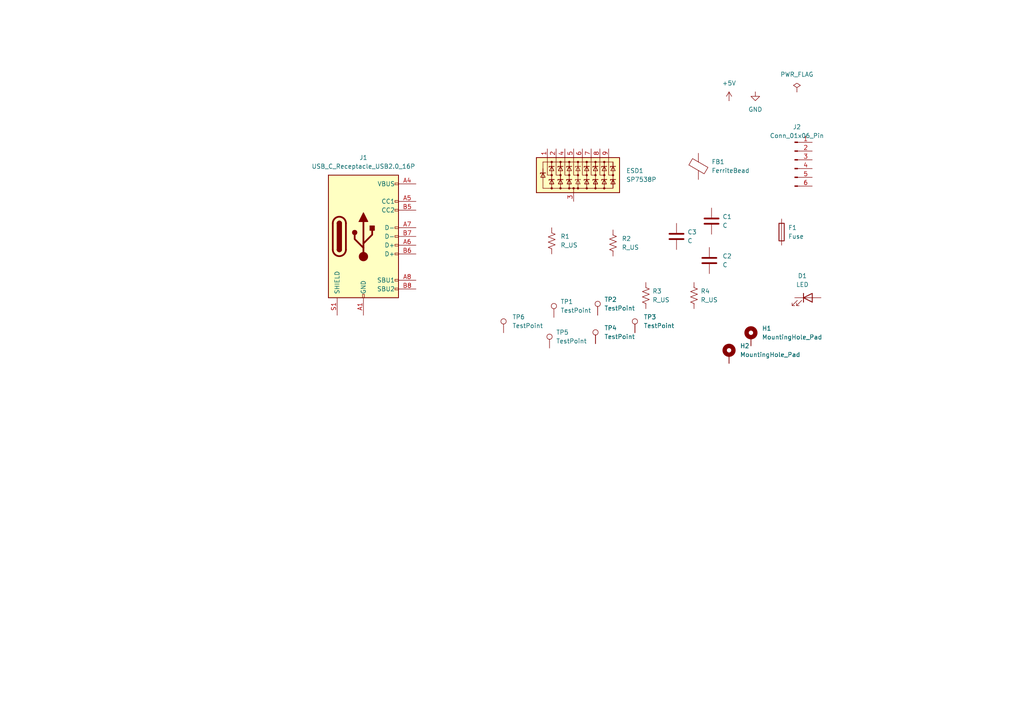
<source format=kicad_sch>
(kicad_sch
	(version 20250114)
	(generator "eeschema")
	(generator_version "9.0")
	(uuid "535df4de-5812-4506-b01b-4f687fb28126")
	(paper "A4")
	(lib_symbols
		(symbol "Connector:Conn_01x06_Pin"
			(pin_names
				(offset 1.016)
				(hide yes)
			)
			(exclude_from_sim no)
			(in_bom yes)
			(on_board yes)
			(property "Reference" "J"
				(at 0 7.62 0)
				(effects
					(font
						(size 1.27 1.27)
					)
				)
			)
			(property "Value" "Conn_01x06_Pin"
				(at 0 -10.16 0)
				(effects
					(font
						(size 1.27 1.27)
					)
				)
			)
			(property "Footprint" ""
				(at 0 0 0)
				(effects
					(font
						(size 1.27 1.27)
					)
					(hide yes)
				)
			)
			(property "Datasheet" "~"
				(at 0 0 0)
				(effects
					(font
						(size 1.27 1.27)
					)
					(hide yes)
				)
			)
			(property "Description" "Generic connector, single row, 01x06, script generated"
				(at 0 0 0)
				(effects
					(font
						(size 1.27 1.27)
					)
					(hide yes)
				)
			)
			(property "ki_locked" ""
				(at 0 0 0)
				(effects
					(font
						(size 1.27 1.27)
					)
				)
			)
			(property "ki_keywords" "connector"
				(at 0 0 0)
				(effects
					(font
						(size 1.27 1.27)
					)
					(hide yes)
				)
			)
			(property "ki_fp_filters" "Connector*:*_1x??_*"
				(at 0 0 0)
				(effects
					(font
						(size 1.27 1.27)
					)
					(hide yes)
				)
			)
			(symbol "Conn_01x06_Pin_1_1"
				(rectangle
					(start 0.8636 5.207)
					(end 0 4.953)
					(stroke
						(width 0.1524)
						(type default)
					)
					(fill
						(type outline)
					)
				)
				(rectangle
					(start 0.8636 2.667)
					(end 0 2.413)
					(stroke
						(width 0.1524)
						(type default)
					)
					(fill
						(type outline)
					)
				)
				(rectangle
					(start 0.8636 0.127)
					(end 0 -0.127)
					(stroke
						(width 0.1524)
						(type default)
					)
					(fill
						(type outline)
					)
				)
				(rectangle
					(start 0.8636 -2.413)
					(end 0 -2.667)
					(stroke
						(width 0.1524)
						(type default)
					)
					(fill
						(type outline)
					)
				)
				(rectangle
					(start 0.8636 -4.953)
					(end 0 -5.207)
					(stroke
						(width 0.1524)
						(type default)
					)
					(fill
						(type outline)
					)
				)
				(rectangle
					(start 0.8636 -7.493)
					(end 0 -7.747)
					(stroke
						(width 0.1524)
						(type default)
					)
					(fill
						(type outline)
					)
				)
				(polyline
					(pts
						(xy 1.27 5.08) (xy 0.8636 5.08)
					)
					(stroke
						(width 0.1524)
						(type default)
					)
					(fill
						(type none)
					)
				)
				(polyline
					(pts
						(xy 1.27 2.54) (xy 0.8636 2.54)
					)
					(stroke
						(width 0.1524)
						(type default)
					)
					(fill
						(type none)
					)
				)
				(polyline
					(pts
						(xy 1.27 0) (xy 0.8636 0)
					)
					(stroke
						(width 0.1524)
						(type default)
					)
					(fill
						(type none)
					)
				)
				(polyline
					(pts
						(xy 1.27 -2.54) (xy 0.8636 -2.54)
					)
					(stroke
						(width 0.1524)
						(type default)
					)
					(fill
						(type none)
					)
				)
				(polyline
					(pts
						(xy 1.27 -5.08) (xy 0.8636 -5.08)
					)
					(stroke
						(width 0.1524)
						(type default)
					)
					(fill
						(type none)
					)
				)
				(polyline
					(pts
						(xy 1.27 -7.62) (xy 0.8636 -7.62)
					)
					(stroke
						(width 0.1524)
						(type default)
					)
					(fill
						(type none)
					)
				)
				(pin passive line
					(at 5.08 5.08 180)
					(length 3.81)
					(name "Pin_1"
						(effects
							(font
								(size 1.27 1.27)
							)
						)
					)
					(number "1"
						(effects
							(font
								(size 1.27 1.27)
							)
						)
					)
				)
				(pin passive line
					(at 5.08 2.54 180)
					(length 3.81)
					(name "Pin_2"
						(effects
							(font
								(size 1.27 1.27)
							)
						)
					)
					(number "2"
						(effects
							(font
								(size 1.27 1.27)
							)
						)
					)
				)
				(pin passive line
					(at 5.08 0 180)
					(length 3.81)
					(name "Pin_3"
						(effects
							(font
								(size 1.27 1.27)
							)
						)
					)
					(number "3"
						(effects
							(font
								(size 1.27 1.27)
							)
						)
					)
				)
				(pin passive line
					(at 5.08 -2.54 180)
					(length 3.81)
					(name "Pin_4"
						(effects
							(font
								(size 1.27 1.27)
							)
						)
					)
					(number "4"
						(effects
							(font
								(size 1.27 1.27)
							)
						)
					)
				)
				(pin passive line
					(at 5.08 -5.08 180)
					(length 3.81)
					(name "Pin_5"
						(effects
							(font
								(size 1.27 1.27)
							)
						)
					)
					(number "5"
						(effects
							(font
								(size 1.27 1.27)
							)
						)
					)
				)
				(pin passive line
					(at 5.08 -7.62 180)
					(length 3.81)
					(name "Pin_6"
						(effects
							(font
								(size 1.27 1.27)
							)
						)
					)
					(number "6"
						(effects
							(font
								(size 1.27 1.27)
							)
						)
					)
				)
			)
			(embedded_fonts no)
		)
		(symbol "Connector:TestPoint"
			(pin_numbers
				(hide yes)
			)
			(pin_names
				(offset 0.762)
				(hide yes)
			)
			(exclude_from_sim no)
			(in_bom yes)
			(on_board yes)
			(property "Reference" "TP"
				(at 0 6.858 0)
				(effects
					(font
						(size 1.27 1.27)
					)
				)
			)
			(property "Value" "TestPoint"
				(at 0 5.08 0)
				(effects
					(font
						(size 1.27 1.27)
					)
				)
			)
			(property "Footprint" ""
				(at 5.08 0 0)
				(effects
					(font
						(size 1.27 1.27)
					)
					(hide yes)
				)
			)
			(property "Datasheet" "~"
				(at 5.08 0 0)
				(effects
					(font
						(size 1.27 1.27)
					)
					(hide yes)
				)
			)
			(property "Description" "test point"
				(at 0 0 0)
				(effects
					(font
						(size 1.27 1.27)
					)
					(hide yes)
				)
			)
			(property "ki_keywords" "test point tp"
				(at 0 0 0)
				(effects
					(font
						(size 1.27 1.27)
					)
					(hide yes)
				)
			)
			(property "ki_fp_filters" "Pin* Test*"
				(at 0 0 0)
				(effects
					(font
						(size 1.27 1.27)
					)
					(hide yes)
				)
			)
			(symbol "TestPoint_0_1"
				(circle
					(center 0 3.302)
					(radius 0.762)
					(stroke
						(width 0)
						(type default)
					)
					(fill
						(type none)
					)
				)
			)
			(symbol "TestPoint_1_1"
				(pin passive line
					(at 0 0 90)
					(length 2.54)
					(name "1"
						(effects
							(font
								(size 1.27 1.27)
							)
						)
					)
					(number "1"
						(effects
							(font
								(size 1.27 1.27)
							)
						)
					)
				)
			)
			(embedded_fonts no)
		)
		(symbol "Connector:USB_C_Receptacle_USB2.0_16P"
			(pin_names
				(offset 1.016)
			)
			(exclude_from_sim no)
			(in_bom yes)
			(on_board yes)
			(property "Reference" "J"
				(at 0 22.225 0)
				(effects
					(font
						(size 1.27 1.27)
					)
				)
			)
			(property "Value" "USB_C_Receptacle_USB2.0_16P"
				(at 0 19.685 0)
				(effects
					(font
						(size 1.27 1.27)
					)
				)
			)
			(property "Footprint" ""
				(at 3.81 0 0)
				(effects
					(font
						(size 1.27 1.27)
					)
					(hide yes)
				)
			)
			(property "Datasheet" "https://www.usb.org/sites/default/files/documents/usb_type-c.zip"
				(at 3.81 0 0)
				(effects
					(font
						(size 1.27 1.27)
					)
					(hide yes)
				)
			)
			(property "Description" "USB 2.0-only 16P Type-C Receptacle connector"
				(at 0 0 0)
				(effects
					(font
						(size 1.27 1.27)
					)
					(hide yes)
				)
			)
			(property "ki_keywords" "usb universal serial bus type-C USB2.0"
				(at 0 0 0)
				(effects
					(font
						(size 1.27 1.27)
					)
					(hide yes)
				)
			)
			(property "ki_fp_filters" "USB*C*Receptacle*"
				(at 0 0 0)
				(effects
					(font
						(size 1.27 1.27)
					)
					(hide yes)
				)
			)
			(symbol "USB_C_Receptacle_USB2.0_16P_0_0"
				(rectangle
					(start -0.254 -17.78)
					(end 0.254 -16.764)
					(stroke
						(width 0)
						(type default)
					)
					(fill
						(type none)
					)
				)
				(rectangle
					(start 10.16 15.494)
					(end 9.144 14.986)
					(stroke
						(width 0)
						(type default)
					)
					(fill
						(type none)
					)
				)
				(rectangle
					(start 10.16 10.414)
					(end 9.144 9.906)
					(stroke
						(width 0)
						(type default)
					)
					(fill
						(type none)
					)
				)
				(rectangle
					(start 10.16 7.874)
					(end 9.144 7.366)
					(stroke
						(width 0)
						(type default)
					)
					(fill
						(type none)
					)
				)
				(rectangle
					(start 10.16 2.794)
					(end 9.144 2.286)
					(stroke
						(width 0)
						(type default)
					)
					(fill
						(type none)
					)
				)
				(rectangle
					(start 10.16 0.254)
					(end 9.144 -0.254)
					(stroke
						(width 0)
						(type default)
					)
					(fill
						(type none)
					)
				)
				(rectangle
					(start 10.16 -2.286)
					(end 9.144 -2.794)
					(stroke
						(width 0)
						(type default)
					)
					(fill
						(type none)
					)
				)
				(rectangle
					(start 10.16 -4.826)
					(end 9.144 -5.334)
					(stroke
						(width 0)
						(type default)
					)
					(fill
						(type none)
					)
				)
				(rectangle
					(start 10.16 -12.446)
					(end 9.144 -12.954)
					(stroke
						(width 0)
						(type default)
					)
					(fill
						(type none)
					)
				)
				(rectangle
					(start 10.16 -14.986)
					(end 9.144 -15.494)
					(stroke
						(width 0)
						(type default)
					)
					(fill
						(type none)
					)
				)
			)
			(symbol "USB_C_Receptacle_USB2.0_16P_0_1"
				(rectangle
					(start -10.16 17.78)
					(end 10.16 -17.78)
					(stroke
						(width 0.254)
						(type default)
					)
					(fill
						(type background)
					)
				)
				(polyline
					(pts
						(xy -8.89 -3.81) (xy -8.89 3.81)
					)
					(stroke
						(width 0.508)
						(type default)
					)
					(fill
						(type none)
					)
				)
				(rectangle
					(start -7.62 -3.81)
					(end -6.35 3.81)
					(stroke
						(width 0.254)
						(type default)
					)
					(fill
						(type outline)
					)
				)
				(arc
					(start -7.62 3.81)
					(mid -6.985 4.4423)
					(end -6.35 3.81)
					(stroke
						(width 0.254)
						(type default)
					)
					(fill
						(type none)
					)
				)
				(arc
					(start -7.62 3.81)
					(mid -6.985 4.4423)
					(end -6.35 3.81)
					(stroke
						(width 0.254)
						(type default)
					)
					(fill
						(type outline)
					)
				)
				(arc
					(start -8.89 3.81)
					(mid -6.985 5.7067)
					(end -5.08 3.81)
					(stroke
						(width 0.508)
						(type default)
					)
					(fill
						(type none)
					)
				)
				(arc
					(start -5.08 -3.81)
					(mid -6.985 -5.7067)
					(end -8.89 -3.81)
					(stroke
						(width 0.508)
						(type default)
					)
					(fill
						(type none)
					)
				)
				(arc
					(start -6.35 -3.81)
					(mid -6.985 -4.4423)
					(end -7.62 -3.81)
					(stroke
						(width 0.254)
						(type default)
					)
					(fill
						(type none)
					)
				)
				(arc
					(start -6.35 -3.81)
					(mid -6.985 -4.4423)
					(end -7.62 -3.81)
					(stroke
						(width 0.254)
						(type default)
					)
					(fill
						(type outline)
					)
				)
				(polyline
					(pts
						(xy -5.08 3.81) (xy -5.08 -3.81)
					)
					(stroke
						(width 0.508)
						(type default)
					)
					(fill
						(type none)
					)
				)
				(circle
					(center -2.54 1.143)
					(radius 0.635)
					(stroke
						(width 0.254)
						(type default)
					)
					(fill
						(type outline)
					)
				)
				(polyline
					(pts
						(xy -1.27 4.318) (xy 0 6.858) (xy 1.27 4.318) (xy -1.27 4.318)
					)
					(stroke
						(width 0.254)
						(type default)
					)
					(fill
						(type outline)
					)
				)
				(polyline
					(pts
						(xy 0 -2.032) (xy 2.54 0.508) (xy 2.54 1.778)
					)
					(stroke
						(width 0.508)
						(type default)
					)
					(fill
						(type none)
					)
				)
				(polyline
					(pts
						(xy 0 -3.302) (xy -2.54 -0.762) (xy -2.54 0.508)
					)
					(stroke
						(width 0.508)
						(type default)
					)
					(fill
						(type none)
					)
				)
				(polyline
					(pts
						(xy 0 -5.842) (xy 0 4.318)
					)
					(stroke
						(width 0.508)
						(type default)
					)
					(fill
						(type none)
					)
				)
				(circle
					(center 0 -5.842)
					(radius 1.27)
					(stroke
						(width 0)
						(type default)
					)
					(fill
						(type outline)
					)
				)
				(rectangle
					(start 1.905 1.778)
					(end 3.175 3.048)
					(stroke
						(width 0.254)
						(type default)
					)
					(fill
						(type outline)
					)
				)
			)
			(symbol "USB_C_Receptacle_USB2.0_16P_1_1"
				(pin passive line
					(at -7.62 -22.86 90)
					(length 5.08)
					(name "SHIELD"
						(effects
							(font
								(size 1.27 1.27)
							)
						)
					)
					(number "S1"
						(effects
							(font
								(size 1.27 1.27)
							)
						)
					)
				)
				(pin passive line
					(at 0 -22.86 90)
					(length 5.08)
					(name "GND"
						(effects
							(font
								(size 1.27 1.27)
							)
						)
					)
					(number "A1"
						(effects
							(font
								(size 1.27 1.27)
							)
						)
					)
				)
				(pin passive line
					(at 0 -22.86 90)
					(length 5.08)
					(hide yes)
					(name "GND"
						(effects
							(font
								(size 1.27 1.27)
							)
						)
					)
					(number "A12"
						(effects
							(font
								(size 1.27 1.27)
							)
						)
					)
				)
				(pin passive line
					(at 0 -22.86 90)
					(length 5.08)
					(hide yes)
					(name "GND"
						(effects
							(font
								(size 1.27 1.27)
							)
						)
					)
					(number "B1"
						(effects
							(font
								(size 1.27 1.27)
							)
						)
					)
				)
				(pin passive line
					(at 0 -22.86 90)
					(length 5.08)
					(hide yes)
					(name "GND"
						(effects
							(font
								(size 1.27 1.27)
							)
						)
					)
					(number "B12"
						(effects
							(font
								(size 1.27 1.27)
							)
						)
					)
				)
				(pin passive line
					(at 15.24 15.24 180)
					(length 5.08)
					(name "VBUS"
						(effects
							(font
								(size 1.27 1.27)
							)
						)
					)
					(number "A4"
						(effects
							(font
								(size 1.27 1.27)
							)
						)
					)
				)
				(pin passive line
					(at 15.24 15.24 180)
					(length 5.08)
					(hide yes)
					(name "VBUS"
						(effects
							(font
								(size 1.27 1.27)
							)
						)
					)
					(number "A9"
						(effects
							(font
								(size 1.27 1.27)
							)
						)
					)
				)
				(pin passive line
					(at 15.24 15.24 180)
					(length 5.08)
					(hide yes)
					(name "VBUS"
						(effects
							(font
								(size 1.27 1.27)
							)
						)
					)
					(number "B4"
						(effects
							(font
								(size 1.27 1.27)
							)
						)
					)
				)
				(pin passive line
					(at 15.24 15.24 180)
					(length 5.08)
					(hide yes)
					(name "VBUS"
						(effects
							(font
								(size 1.27 1.27)
							)
						)
					)
					(number "B9"
						(effects
							(font
								(size 1.27 1.27)
							)
						)
					)
				)
				(pin bidirectional line
					(at 15.24 10.16 180)
					(length 5.08)
					(name "CC1"
						(effects
							(font
								(size 1.27 1.27)
							)
						)
					)
					(number "A5"
						(effects
							(font
								(size 1.27 1.27)
							)
						)
					)
				)
				(pin bidirectional line
					(at 15.24 7.62 180)
					(length 5.08)
					(name "CC2"
						(effects
							(font
								(size 1.27 1.27)
							)
						)
					)
					(number "B5"
						(effects
							(font
								(size 1.27 1.27)
							)
						)
					)
				)
				(pin bidirectional line
					(at 15.24 2.54 180)
					(length 5.08)
					(name "D-"
						(effects
							(font
								(size 1.27 1.27)
							)
						)
					)
					(number "A7"
						(effects
							(font
								(size 1.27 1.27)
							)
						)
					)
				)
				(pin bidirectional line
					(at 15.24 0 180)
					(length 5.08)
					(name "D-"
						(effects
							(font
								(size 1.27 1.27)
							)
						)
					)
					(number "B7"
						(effects
							(font
								(size 1.27 1.27)
							)
						)
					)
				)
				(pin bidirectional line
					(at 15.24 -2.54 180)
					(length 5.08)
					(name "D+"
						(effects
							(font
								(size 1.27 1.27)
							)
						)
					)
					(number "A6"
						(effects
							(font
								(size 1.27 1.27)
							)
						)
					)
				)
				(pin bidirectional line
					(at 15.24 -5.08 180)
					(length 5.08)
					(name "D+"
						(effects
							(font
								(size 1.27 1.27)
							)
						)
					)
					(number "B6"
						(effects
							(font
								(size 1.27 1.27)
							)
						)
					)
				)
				(pin bidirectional line
					(at 15.24 -12.7 180)
					(length 5.08)
					(name "SBU1"
						(effects
							(font
								(size 1.27 1.27)
							)
						)
					)
					(number "A8"
						(effects
							(font
								(size 1.27 1.27)
							)
						)
					)
				)
				(pin bidirectional line
					(at 15.24 -15.24 180)
					(length 5.08)
					(name "SBU2"
						(effects
							(font
								(size 1.27 1.27)
							)
						)
					)
					(number "B8"
						(effects
							(font
								(size 1.27 1.27)
							)
						)
					)
				)
			)
			(embedded_fonts no)
		)
		(symbol "Device:C"
			(pin_numbers
				(hide yes)
			)
			(pin_names
				(offset 0.254)
			)
			(exclude_from_sim no)
			(in_bom yes)
			(on_board yes)
			(property "Reference" "C"
				(at 0.635 2.54 0)
				(effects
					(font
						(size 1.27 1.27)
					)
					(justify left)
				)
			)
			(property "Value" "C"
				(at 0.635 -2.54 0)
				(effects
					(font
						(size 1.27 1.27)
					)
					(justify left)
				)
			)
			(property "Footprint" ""
				(at 0.9652 -3.81 0)
				(effects
					(font
						(size 1.27 1.27)
					)
					(hide yes)
				)
			)
			(property "Datasheet" "~"
				(at 0 0 0)
				(effects
					(font
						(size 1.27 1.27)
					)
					(hide yes)
				)
			)
			(property "Description" "Unpolarized capacitor"
				(at 0 0 0)
				(effects
					(font
						(size 1.27 1.27)
					)
					(hide yes)
				)
			)
			(property "ki_keywords" "cap capacitor"
				(at 0 0 0)
				(effects
					(font
						(size 1.27 1.27)
					)
					(hide yes)
				)
			)
			(property "ki_fp_filters" "C_*"
				(at 0 0 0)
				(effects
					(font
						(size 1.27 1.27)
					)
					(hide yes)
				)
			)
			(symbol "C_0_1"
				(polyline
					(pts
						(xy -2.032 0.762) (xy 2.032 0.762)
					)
					(stroke
						(width 0.508)
						(type default)
					)
					(fill
						(type none)
					)
				)
				(polyline
					(pts
						(xy -2.032 -0.762) (xy 2.032 -0.762)
					)
					(stroke
						(width 0.508)
						(type default)
					)
					(fill
						(type none)
					)
				)
			)
			(symbol "C_1_1"
				(pin passive line
					(at 0 3.81 270)
					(length 2.794)
					(name "~"
						(effects
							(font
								(size 1.27 1.27)
							)
						)
					)
					(number "1"
						(effects
							(font
								(size 1.27 1.27)
							)
						)
					)
				)
				(pin passive line
					(at 0 -3.81 90)
					(length 2.794)
					(name "~"
						(effects
							(font
								(size 1.27 1.27)
							)
						)
					)
					(number "2"
						(effects
							(font
								(size 1.27 1.27)
							)
						)
					)
				)
			)
			(embedded_fonts no)
		)
		(symbol "Device:FerriteBead"
			(pin_numbers
				(hide yes)
			)
			(pin_names
				(offset 0)
			)
			(exclude_from_sim no)
			(in_bom yes)
			(on_board yes)
			(property "Reference" "FB"
				(at -3.81 0.635 90)
				(effects
					(font
						(size 1.27 1.27)
					)
				)
			)
			(property "Value" "FerriteBead"
				(at 3.81 0 90)
				(effects
					(font
						(size 1.27 1.27)
					)
				)
			)
			(property "Footprint" ""
				(at -1.778 0 90)
				(effects
					(font
						(size 1.27 1.27)
					)
					(hide yes)
				)
			)
			(property "Datasheet" "~"
				(at 0 0 0)
				(effects
					(font
						(size 1.27 1.27)
					)
					(hide yes)
				)
			)
			(property "Description" "Ferrite bead"
				(at 0 0 0)
				(effects
					(font
						(size 1.27 1.27)
					)
					(hide yes)
				)
			)
			(property "ki_keywords" "L ferrite bead inductor filter"
				(at 0 0 0)
				(effects
					(font
						(size 1.27 1.27)
					)
					(hide yes)
				)
			)
			(property "ki_fp_filters" "Inductor_* L_* *Ferrite*"
				(at 0 0 0)
				(effects
					(font
						(size 1.27 1.27)
					)
					(hide yes)
				)
			)
			(symbol "FerriteBead_0_1"
				(polyline
					(pts
						(xy -2.7686 0.4064) (xy -1.7018 2.2606) (xy 2.7686 -0.3048) (xy 1.6764 -2.159) (xy -2.7686 0.4064)
					)
					(stroke
						(width 0)
						(type default)
					)
					(fill
						(type none)
					)
				)
				(polyline
					(pts
						(xy 0 1.27) (xy 0 1.2954)
					)
					(stroke
						(width 0)
						(type default)
					)
					(fill
						(type none)
					)
				)
				(polyline
					(pts
						(xy 0 -1.27) (xy 0 -1.2192)
					)
					(stroke
						(width 0)
						(type default)
					)
					(fill
						(type none)
					)
				)
			)
			(symbol "FerriteBead_1_1"
				(pin passive line
					(at 0 3.81 270)
					(length 2.54)
					(name "~"
						(effects
							(font
								(size 1.27 1.27)
							)
						)
					)
					(number "1"
						(effects
							(font
								(size 1.27 1.27)
							)
						)
					)
				)
				(pin passive line
					(at 0 -3.81 90)
					(length 2.54)
					(name "~"
						(effects
							(font
								(size 1.27 1.27)
							)
						)
					)
					(number "2"
						(effects
							(font
								(size 1.27 1.27)
							)
						)
					)
				)
			)
			(embedded_fonts no)
		)
		(symbol "Device:Fuse"
			(pin_numbers
				(hide yes)
			)
			(pin_names
				(offset 0)
			)
			(exclude_from_sim no)
			(in_bom yes)
			(on_board yes)
			(property "Reference" "F"
				(at 2.032 0 90)
				(effects
					(font
						(size 1.27 1.27)
					)
				)
			)
			(property "Value" "Fuse"
				(at -1.905 0 90)
				(effects
					(font
						(size 1.27 1.27)
					)
				)
			)
			(property "Footprint" ""
				(at -1.778 0 90)
				(effects
					(font
						(size 1.27 1.27)
					)
					(hide yes)
				)
			)
			(property "Datasheet" "~"
				(at 0 0 0)
				(effects
					(font
						(size 1.27 1.27)
					)
					(hide yes)
				)
			)
			(property "Description" "Fuse"
				(at 0 0 0)
				(effects
					(font
						(size 1.27 1.27)
					)
					(hide yes)
				)
			)
			(property "ki_keywords" "fuse"
				(at 0 0 0)
				(effects
					(font
						(size 1.27 1.27)
					)
					(hide yes)
				)
			)
			(property "ki_fp_filters" "*Fuse*"
				(at 0 0 0)
				(effects
					(font
						(size 1.27 1.27)
					)
					(hide yes)
				)
			)
			(symbol "Fuse_0_1"
				(rectangle
					(start -0.762 -2.54)
					(end 0.762 2.54)
					(stroke
						(width 0.254)
						(type default)
					)
					(fill
						(type none)
					)
				)
				(polyline
					(pts
						(xy 0 2.54) (xy 0 -2.54)
					)
					(stroke
						(width 0)
						(type default)
					)
					(fill
						(type none)
					)
				)
			)
			(symbol "Fuse_1_1"
				(pin passive line
					(at 0 3.81 270)
					(length 1.27)
					(name "~"
						(effects
							(font
								(size 1.27 1.27)
							)
						)
					)
					(number "1"
						(effects
							(font
								(size 1.27 1.27)
							)
						)
					)
				)
				(pin passive line
					(at 0 -3.81 90)
					(length 1.27)
					(name "~"
						(effects
							(font
								(size 1.27 1.27)
							)
						)
					)
					(number "2"
						(effects
							(font
								(size 1.27 1.27)
							)
						)
					)
				)
			)
			(embedded_fonts no)
		)
		(symbol "Device:LED"
			(pin_numbers
				(hide yes)
			)
			(pin_names
				(offset 1.016)
				(hide yes)
			)
			(exclude_from_sim no)
			(in_bom yes)
			(on_board yes)
			(property "Reference" "D"
				(at 0 2.54 0)
				(effects
					(font
						(size 1.27 1.27)
					)
				)
			)
			(property "Value" "LED"
				(at 0 -2.54 0)
				(effects
					(font
						(size 1.27 1.27)
					)
				)
			)
			(property "Footprint" ""
				(at 0 0 0)
				(effects
					(font
						(size 1.27 1.27)
					)
					(hide yes)
				)
			)
			(property "Datasheet" "~"
				(at 0 0 0)
				(effects
					(font
						(size 1.27 1.27)
					)
					(hide yes)
				)
			)
			(property "Description" "Light emitting diode"
				(at 0 0 0)
				(effects
					(font
						(size 1.27 1.27)
					)
					(hide yes)
				)
			)
			(property "Sim.Pins" "1=K 2=A"
				(at 0 0 0)
				(effects
					(font
						(size 1.27 1.27)
					)
					(hide yes)
				)
			)
			(property "ki_keywords" "LED diode"
				(at 0 0 0)
				(effects
					(font
						(size 1.27 1.27)
					)
					(hide yes)
				)
			)
			(property "ki_fp_filters" "LED* LED_SMD:* LED_THT:*"
				(at 0 0 0)
				(effects
					(font
						(size 1.27 1.27)
					)
					(hide yes)
				)
			)
			(symbol "LED_0_1"
				(polyline
					(pts
						(xy -3.048 -0.762) (xy -4.572 -2.286) (xy -3.81 -2.286) (xy -4.572 -2.286) (xy -4.572 -1.524)
					)
					(stroke
						(width 0)
						(type default)
					)
					(fill
						(type none)
					)
				)
				(polyline
					(pts
						(xy -1.778 -0.762) (xy -3.302 -2.286) (xy -2.54 -2.286) (xy -3.302 -2.286) (xy -3.302 -1.524)
					)
					(stroke
						(width 0)
						(type default)
					)
					(fill
						(type none)
					)
				)
				(polyline
					(pts
						(xy -1.27 0) (xy 1.27 0)
					)
					(stroke
						(width 0)
						(type default)
					)
					(fill
						(type none)
					)
				)
				(polyline
					(pts
						(xy -1.27 -1.27) (xy -1.27 1.27)
					)
					(stroke
						(width 0.254)
						(type default)
					)
					(fill
						(type none)
					)
				)
				(polyline
					(pts
						(xy 1.27 -1.27) (xy 1.27 1.27) (xy -1.27 0) (xy 1.27 -1.27)
					)
					(stroke
						(width 0.254)
						(type default)
					)
					(fill
						(type none)
					)
				)
			)
			(symbol "LED_1_1"
				(pin passive line
					(at -3.81 0 0)
					(length 2.54)
					(name "K"
						(effects
							(font
								(size 1.27 1.27)
							)
						)
					)
					(number "1"
						(effects
							(font
								(size 1.27 1.27)
							)
						)
					)
				)
				(pin passive line
					(at 3.81 0 180)
					(length 2.54)
					(name "A"
						(effects
							(font
								(size 1.27 1.27)
							)
						)
					)
					(number "2"
						(effects
							(font
								(size 1.27 1.27)
							)
						)
					)
				)
			)
			(embedded_fonts no)
		)
		(symbol "Device:R_US"
			(pin_numbers
				(hide yes)
			)
			(pin_names
				(offset 0)
			)
			(exclude_from_sim no)
			(in_bom yes)
			(on_board yes)
			(property "Reference" "R"
				(at 2.54 0 90)
				(effects
					(font
						(size 1.27 1.27)
					)
				)
			)
			(property "Value" "R_US"
				(at -2.54 0 90)
				(effects
					(font
						(size 1.27 1.27)
					)
				)
			)
			(property "Footprint" ""
				(at 1.016 -0.254 90)
				(effects
					(font
						(size 1.27 1.27)
					)
					(hide yes)
				)
			)
			(property "Datasheet" "~"
				(at 0 0 0)
				(effects
					(font
						(size 1.27 1.27)
					)
					(hide yes)
				)
			)
			(property "Description" "Resistor, US symbol"
				(at 0 0 0)
				(effects
					(font
						(size 1.27 1.27)
					)
					(hide yes)
				)
			)
			(property "ki_keywords" "R res resistor"
				(at 0 0 0)
				(effects
					(font
						(size 1.27 1.27)
					)
					(hide yes)
				)
			)
			(property "ki_fp_filters" "R_*"
				(at 0 0 0)
				(effects
					(font
						(size 1.27 1.27)
					)
					(hide yes)
				)
			)
			(symbol "R_US_0_1"
				(polyline
					(pts
						(xy 0 2.286) (xy 0 2.54)
					)
					(stroke
						(width 0)
						(type default)
					)
					(fill
						(type none)
					)
				)
				(polyline
					(pts
						(xy 0 2.286) (xy 1.016 1.905) (xy 0 1.524) (xy -1.016 1.143) (xy 0 0.762)
					)
					(stroke
						(width 0)
						(type default)
					)
					(fill
						(type none)
					)
				)
				(polyline
					(pts
						(xy 0 0.762) (xy 1.016 0.381) (xy 0 0) (xy -1.016 -0.381) (xy 0 -0.762)
					)
					(stroke
						(width 0)
						(type default)
					)
					(fill
						(type none)
					)
				)
				(polyline
					(pts
						(xy 0 -0.762) (xy 1.016 -1.143) (xy 0 -1.524) (xy -1.016 -1.905) (xy 0 -2.286)
					)
					(stroke
						(width 0)
						(type default)
					)
					(fill
						(type none)
					)
				)
				(polyline
					(pts
						(xy 0 -2.286) (xy 0 -2.54)
					)
					(stroke
						(width 0)
						(type default)
					)
					(fill
						(type none)
					)
				)
			)
			(symbol "R_US_1_1"
				(pin passive line
					(at 0 3.81 270)
					(length 1.27)
					(name "~"
						(effects
							(font
								(size 1.27 1.27)
							)
						)
					)
					(number "1"
						(effects
							(font
								(size 1.27 1.27)
							)
						)
					)
				)
				(pin passive line
					(at 0 -3.81 90)
					(length 1.27)
					(name "~"
						(effects
							(font
								(size 1.27 1.27)
							)
						)
					)
					(number "2"
						(effects
							(font
								(size 1.27 1.27)
							)
						)
					)
				)
			)
			(embedded_fonts no)
		)
		(symbol "Mechanical:MountingHole_Pad"
			(pin_numbers
				(hide yes)
			)
			(pin_names
				(offset 1.016)
				(hide yes)
			)
			(exclude_from_sim no)
			(in_bom no)
			(on_board yes)
			(property "Reference" "H"
				(at 0 6.35 0)
				(effects
					(font
						(size 1.27 1.27)
					)
				)
			)
			(property "Value" "MountingHole_Pad"
				(at 0 4.445 0)
				(effects
					(font
						(size 1.27 1.27)
					)
				)
			)
			(property "Footprint" ""
				(at 0 0 0)
				(effects
					(font
						(size 1.27 1.27)
					)
					(hide yes)
				)
			)
			(property "Datasheet" "~"
				(at 0 0 0)
				(effects
					(font
						(size 1.27 1.27)
					)
					(hide yes)
				)
			)
			(property "Description" "Mounting Hole with connection"
				(at 0 0 0)
				(effects
					(font
						(size 1.27 1.27)
					)
					(hide yes)
				)
			)
			(property "ki_keywords" "mounting hole"
				(at 0 0 0)
				(effects
					(font
						(size 1.27 1.27)
					)
					(hide yes)
				)
			)
			(property "ki_fp_filters" "MountingHole*Pad*"
				(at 0 0 0)
				(effects
					(font
						(size 1.27 1.27)
					)
					(hide yes)
				)
			)
			(symbol "MountingHole_Pad_0_1"
				(circle
					(center 0 1.27)
					(radius 1.27)
					(stroke
						(width 1.27)
						(type default)
					)
					(fill
						(type none)
					)
				)
			)
			(symbol "MountingHole_Pad_1_1"
				(pin input line
					(at 0 -2.54 90)
					(length 2.54)
					(name "1"
						(effects
							(font
								(size 1.27 1.27)
							)
						)
					)
					(number "1"
						(effects
							(font
								(size 1.27 1.27)
							)
						)
					)
				)
			)
			(embedded_fonts no)
		)
		(symbol "Power_Protection:SP7538P"
			(pin_names
				(hide yes)
			)
			(exclude_from_sim no)
			(in_bom yes)
			(on_board yes)
			(property "Reference" "D"
				(at 13.97 2.54 0)
				(effects
					(font
						(size 1.27 1.27)
					)
					(justify left)
				)
			)
			(property "Value" "SP7538P"
				(at 13.97 0.635 0)
				(effects
					(font
						(size 1.27 1.27)
					)
					(justify left)
				)
			)
			(property "Footprint" "Package_DFN_QFN:UDFN-9_1.0x3.8mm_P0.5mm"
				(at 13.97 -1.27 0)
				(effects
					(font
						(size 1.27 1.27)
					)
					(justify left)
					(hide yes)
				)
			)
			(property "Datasheet" "https://www.littelfuse.com/~/media/electronics/datasheets/tvs_diode_arrays/littelfuse_tvs_diode_array_sp7538p_datasheet.pdf.pdf"
				(at 4.445 0.635 0)
				(effects
					(font
						(size 1.27 1.27)
					)
					(hide yes)
				)
			)
			(property "Description" "Low Capacitance TVS Diode Array, 5.0V Standoff, 8 Channels, UDFN-9"
				(at 0 0 0)
				(effects
					(font
						(size 1.27 1.27)
					)
					(hide yes)
				)
			)
			(property "ki_keywords" "usb esd protection suppression transient"
				(at 0 0 0)
				(effects
					(font
						(size 1.27 1.27)
					)
					(hide yes)
				)
			)
			(property "ki_fp_filters" "UDFN*1.0x3.8mm*P0.5mm*"
				(at 0 0 0)
				(effects
					(font
						(size 1.27 1.27)
					)
					(hide yes)
				)
			)
			(symbol "SP7538P_0_0"
				(pin passive line
					(at 0 -7.62 90)
					(length 2.54)
					(name "A"
						(effects
							(font
								(size 1.27 1.27)
							)
						)
					)
					(number "3"
						(effects
							(font
								(size 1.27 1.27)
							)
						)
					)
				)
			)
			(symbol "SP7538P_0_1"
				(rectangle
					(start -10.795 5.08)
					(end 13.335 -5.08)
					(stroke
						(width 0.254)
						(type default)
					)
					(fill
						(type background)
					)
				)
				(polyline
					(pts
						(xy -9.652 0.381) (xy -9.652 0.635) (xy -8.255 0.635) (xy -8.128 0.635)
					)
					(stroke
						(width 0)
						(type default)
					)
					(fill
						(type none)
					)
				)
				(polyline
					(pts
						(xy -9.652 0.381) (xy -9.652 0.635) (xy -8.255 0.635) (xy -8.128 0.635)
					)
					(stroke
						(width 0)
						(type default)
					)
					(fill
						(type none)
					)
				)
				(polyline
					(pts
						(xy -8.89 3.81) (xy -8.89 0.635)
					)
					(stroke
						(width 0)
						(type default)
					)
					(fill
						(type none)
					)
				)
				(polyline
					(pts
						(xy -8.89 1.905) (xy -8.89 0.635)
					)
					(stroke
						(width 0)
						(type default)
					)
					(fill
						(type none)
					)
				)
				(polyline
					(pts
						(xy -8.89 0.635) (xy -8.89 -3.81)
					)
					(stroke
						(width 0)
						(type default)
					)
					(fill
						(type none)
					)
				)
				(polyline
					(pts
						(xy -8.89 0.635) (xy -8.255 -0.635) (xy -9.525 -0.635) (xy -8.89 0.635)
					)
					(stroke
						(width 0)
						(type default)
					)
					(fill
						(type none)
					)
				)
				(polyline
					(pts
						(xy -8.89 0.635) (xy -8.255 -0.635) (xy -9.525 -0.635) (xy -8.89 0.635)
					)
					(stroke
						(width 0)
						(type default)
					)
					(fill
						(type none)
					)
				)
				(polyline
					(pts
						(xy -7.62 5.08) (xy -7.62 0) (xy -6.35 0)
					)
					(stroke
						(width 0)
						(type default)
					)
					(fill
						(type none)
					)
				)
				(polyline
					(pts
						(xy -7.112 2.286) (xy -7.112 2.54) (xy -5.715 2.54) (xy -5.588 2.54)
					)
					(stroke
						(width 0)
						(type default)
					)
					(fill
						(type none)
					)
				)
				(polyline
					(pts
						(xy -7.112 2.286) (xy -7.112 2.54) (xy -5.715 2.54) (xy -5.588 2.54)
					)
					(stroke
						(width 0)
						(type default)
					)
					(fill
						(type none)
					)
				)
				(polyline
					(pts
						(xy -7.112 -1.524) (xy -7.112 -1.27) (xy -5.715 -1.27) (xy -5.588 -1.27)
					)
					(stroke
						(width 0)
						(type default)
					)
					(fill
						(type none)
					)
				)
				(polyline
					(pts
						(xy -7.112 -1.524) (xy -7.112 -1.27) (xy -5.715 -1.27) (xy -5.588 -1.27)
					)
					(stroke
						(width 0)
						(type default)
					)
					(fill
						(type none)
					)
				)
				(circle
					(center -6.35 3.81)
					(radius 0.254)
					(stroke
						(width 0)
						(type default)
					)
					(fill
						(type outline)
					)
				)
				(polyline
					(pts
						(xy -6.35 3.81) (xy -6.35 2.54)
					)
					(stroke
						(width 0)
						(type default)
					)
					(fill
						(type none)
					)
				)
				(polyline
					(pts
						(xy -6.35 3.81) (xy -6.35 2.54)
					)
					(stroke
						(width 0)
						(type default)
					)
					(fill
						(type none)
					)
				)
				(polyline
					(pts
						(xy -6.35 2.54) (xy -6.35 -1.27)
					)
					(stroke
						(width 0)
						(type default)
					)
					(fill
						(type none)
					)
				)
				(polyline
					(pts
						(xy -6.35 2.54) (xy -5.715 1.27) (xy -6.985 1.27) (xy -6.35 2.54)
					)
					(stroke
						(width 0)
						(type default)
					)
					(fill
						(type none)
					)
				)
				(polyline
					(pts
						(xy -6.35 2.54) (xy -5.715 1.27) (xy -6.985 1.27) (xy -6.35 2.54)
					)
					(stroke
						(width 0)
						(type default)
					)
					(fill
						(type none)
					)
				)
				(circle
					(center -6.35 0)
					(radius 0.254)
					(stroke
						(width 0)
						(type default)
					)
					(fill
						(type outline)
					)
				)
				(polyline
					(pts
						(xy -6.35 0) (xy -6.35 -1.27)
					)
					(stroke
						(width 0)
						(type default)
					)
					(fill
						(type none)
					)
				)
				(polyline
					(pts
						(xy -6.35 -1.27) (xy -6.35 -3.81) (xy -3.81 -3.81)
					)
					(stroke
						(width 0)
						(type default)
					)
					(fill
						(type none)
					)
				)
				(polyline
					(pts
						(xy -6.35 -1.27) (xy -5.715 -2.54) (xy -6.985 -2.54) (xy -6.35 -1.27)
					)
					(stroke
						(width 0)
						(type default)
					)
					(fill
						(type none)
					)
				)
				(polyline
					(pts
						(xy -6.35 -1.27) (xy -5.715 -2.54) (xy -6.985 -2.54) (xy -6.35 -1.27)
					)
					(stroke
						(width 0)
						(type default)
					)
					(fill
						(type none)
					)
				)
				(circle
					(center -6.35 -3.81)
					(radius 0.254)
					(stroke
						(width 0)
						(type default)
					)
					(fill
						(type outline)
					)
				)
				(polyline
					(pts
						(xy -6.35 -3.81) (xy -8.89 -3.81)
					)
					(stroke
						(width 0)
						(type default)
					)
					(fill
						(type none)
					)
				)
				(polyline
					(pts
						(xy -5.08 5.08) (xy -5.08 0) (xy -3.81 0)
					)
					(stroke
						(width 0)
						(type default)
					)
					(fill
						(type none)
					)
				)
				(polyline
					(pts
						(xy -4.572 2.286) (xy -4.572 2.54) (xy -3.175 2.54) (xy -3.048 2.54)
					)
					(stroke
						(width 0)
						(type default)
					)
					(fill
						(type none)
					)
				)
				(polyline
					(pts
						(xy -4.572 2.286) (xy -4.572 2.54) (xy -3.175 2.54) (xy -3.048 2.54)
					)
					(stroke
						(width 0)
						(type default)
					)
					(fill
						(type none)
					)
				)
				(polyline
					(pts
						(xy -4.572 -1.524) (xy -4.572 -1.27) (xy -3.175 -1.27) (xy -3.048 -1.27)
					)
					(stroke
						(width 0)
						(type default)
					)
					(fill
						(type none)
					)
				)
				(polyline
					(pts
						(xy -4.572 -1.524) (xy -4.572 -1.27) (xy -3.175 -1.27) (xy -3.048 -1.27)
					)
					(stroke
						(width 0)
						(type default)
					)
					(fill
						(type none)
					)
				)
				(circle
					(center -3.81 3.81)
					(radius 0.254)
					(stroke
						(width 0)
						(type default)
					)
					(fill
						(type outline)
					)
				)
				(polyline
					(pts
						(xy -3.81 3.81) (xy -3.81 2.54)
					)
					(stroke
						(width 0)
						(type default)
					)
					(fill
						(type none)
					)
				)
				(polyline
					(pts
						(xy -3.81 3.81) (xy -3.81 2.54)
					)
					(stroke
						(width 0)
						(type default)
					)
					(fill
						(type none)
					)
				)
				(polyline
					(pts
						(xy -3.81 2.54) (xy -3.81 -1.27)
					)
					(stroke
						(width 0)
						(type default)
					)
					(fill
						(type none)
					)
				)
				(polyline
					(pts
						(xy -3.81 2.54) (xy -3.175 1.27) (xy -4.445 1.27) (xy -3.81 2.54)
					)
					(stroke
						(width 0)
						(type default)
					)
					(fill
						(type none)
					)
				)
				(polyline
					(pts
						(xy -3.81 2.54) (xy -3.175 1.27) (xy -4.445 1.27) (xy -3.81 2.54)
					)
					(stroke
						(width 0)
						(type default)
					)
					(fill
						(type none)
					)
				)
				(circle
					(center -3.81 0)
					(radius 0.254)
					(stroke
						(width 0)
						(type default)
					)
					(fill
						(type outline)
					)
				)
				(polyline
					(pts
						(xy -3.81 0) (xy -3.81 -1.27)
					)
					(stroke
						(width 0)
						(type default)
					)
					(fill
						(type none)
					)
				)
				(polyline
					(pts
						(xy -3.81 -1.27) (xy -3.81 -3.81) (xy -1.27 -3.81)
					)
					(stroke
						(width 0)
						(type default)
					)
					(fill
						(type none)
					)
				)
				(polyline
					(pts
						(xy -3.81 -1.27) (xy -3.175 -2.54) (xy -4.445 -2.54) (xy -3.81 -1.27)
					)
					(stroke
						(width 0)
						(type default)
					)
					(fill
						(type none)
					)
				)
				(polyline
					(pts
						(xy -3.81 -1.27) (xy -3.175 -2.54) (xy -4.445 -2.54) (xy -3.81 -1.27)
					)
					(stroke
						(width 0)
						(type default)
					)
					(fill
						(type none)
					)
				)
				(circle
					(center -3.81 -3.81)
					(radius 0.254)
					(stroke
						(width 0)
						(type default)
					)
					(fill
						(type outline)
					)
				)
				(polyline
					(pts
						(xy -2.54 5.08) (xy -2.54 0) (xy -1.27 0)
					)
					(stroke
						(width 0)
						(type default)
					)
					(fill
						(type none)
					)
				)
				(polyline
					(pts
						(xy -2.032 2.286) (xy -2.032 2.54) (xy -0.635 2.54) (xy -0.508 2.54)
					)
					(stroke
						(width 0)
						(type default)
					)
					(fill
						(type none)
					)
				)
				(polyline
					(pts
						(xy -2.032 2.286) (xy -2.032 2.54) (xy -0.635 2.54) (xy -0.508 2.54)
					)
					(stroke
						(width 0)
						(type default)
					)
					(fill
						(type none)
					)
				)
				(polyline
					(pts
						(xy -2.032 -1.524) (xy -2.032 -1.27) (xy -0.635 -1.27) (xy -0.508 -1.27)
					)
					(stroke
						(width 0)
						(type default)
					)
					(fill
						(type none)
					)
				)
				(polyline
					(pts
						(xy -2.032 -1.524) (xy -2.032 -1.27) (xy -0.635 -1.27) (xy -0.508 -1.27)
					)
					(stroke
						(width 0)
						(type default)
					)
					(fill
						(type none)
					)
				)
				(circle
					(center -1.27 3.81)
					(radius 0.254)
					(stroke
						(width 0)
						(type default)
					)
					(fill
						(type outline)
					)
				)
				(polyline
					(pts
						(xy -1.27 3.81) (xy -1.27 2.54)
					)
					(stroke
						(width 0)
						(type default)
					)
					(fill
						(type none)
					)
				)
				(polyline
					(pts
						(xy -1.27 3.81) (xy -1.27 2.54)
					)
					(stroke
						(width 0)
						(type default)
					)
					(fill
						(type none)
					)
				)
				(polyline
					(pts
						(xy -1.27 2.54) (xy -1.27 -1.27)
					)
					(stroke
						(width 0)
						(type default)
					)
					(fill
						(type none)
					)
				)
				(polyline
					(pts
						(xy -1.27 2.54) (xy -0.635 1.27) (xy -1.905 1.27) (xy -1.27 2.54)
					)
					(stroke
						(width 0)
						(type default)
					)
					(fill
						(type none)
					)
				)
				(polyline
					(pts
						(xy -1.27 2.54) (xy -0.635 1.27) (xy -1.905 1.27) (xy -1.27 2.54)
					)
					(stroke
						(width 0)
						(type default)
					)
					(fill
						(type none)
					)
				)
				(circle
					(center -1.27 0)
					(radius 0.254)
					(stroke
						(width 0)
						(type default)
					)
					(fill
						(type outline)
					)
				)
				(polyline
					(pts
						(xy -1.27 0) (xy -1.27 -1.27)
					)
					(stroke
						(width 0)
						(type default)
					)
					(fill
						(type none)
					)
				)
				(polyline
					(pts
						(xy -1.27 -1.27) (xy -1.27 -3.81) (xy 3.81 -3.81) (xy 3.81 -1.27)
					)
					(stroke
						(width 0)
						(type default)
					)
					(fill
						(type none)
					)
				)
				(polyline
					(pts
						(xy -1.27 -1.27) (xy -1.27 -3.81) (xy 3.81 -3.81) (xy 3.81 -1.27)
					)
					(stroke
						(width 0)
						(type default)
					)
					(fill
						(type none)
					)
				)
				(polyline
					(pts
						(xy -1.27 -1.27) (xy -0.635 -2.54) (xy -1.905 -2.54) (xy -1.27 -1.27)
					)
					(stroke
						(width 0)
						(type default)
					)
					(fill
						(type none)
					)
				)
				(polyline
					(pts
						(xy -1.27 -1.27) (xy -0.635 -2.54) (xy -1.905 -2.54) (xy -1.27 -1.27)
					)
					(stroke
						(width 0)
						(type default)
					)
					(fill
						(type none)
					)
				)
				(circle
					(center -1.27 -3.81)
					(radius 0.254)
					(stroke
						(width 0)
						(type default)
					)
					(fill
						(type outline)
					)
				)
				(polyline
					(pts
						(xy 0 5.08) (xy 0 0) (xy 1.27 0)
					)
					(stroke
						(width 0)
						(type default)
					)
					(fill
						(type none)
					)
				)
				(circle
					(center 0 -3.81)
					(radius 0.254)
					(stroke
						(width 0)
						(type default)
					)
					(fill
						(type outline)
					)
				)
				(polyline
					(pts
						(xy 0 -5.08) (xy 0 -3.81)
					)
					(stroke
						(width 0)
						(type default)
					)
					(fill
						(type none)
					)
				)
				(polyline
					(pts
						(xy 1.27 3.81) (xy 1.27 2.54)
					)
					(stroke
						(width 0)
						(type default)
					)
					(fill
						(type none)
					)
				)
				(circle
					(center 1.27 3.81)
					(radius 0.254)
					(stroke
						(width 0)
						(type default)
					)
					(fill
						(type outline)
					)
				)
				(circle
					(center 1.27 0)
					(radius 0.254)
					(stroke
						(width 0)
						(type default)
					)
					(fill
						(type outline)
					)
				)
				(polyline
					(pts
						(xy 1.27 -3.81) (xy 1.27 2.54)
					)
					(stroke
						(width 0)
						(type default)
					)
					(fill
						(type none)
					)
				)
				(circle
					(center 1.27 -3.81)
					(radius 0.254)
					(stroke
						(width 0)
						(type default)
					)
					(fill
						(type outline)
					)
				)
				(polyline
					(pts
						(xy 1.905 2.54) (xy 2.032 2.54)
					)
					(stroke
						(width 0)
						(type default)
					)
					(fill
						(type none)
					)
				)
				(polyline
					(pts
						(xy 1.905 2.54) (xy 0.508 2.54) (xy 0.508 2.286)
					)
					(stroke
						(width 0)
						(type default)
					)
					(fill
						(type none)
					)
				)
				(polyline
					(pts
						(xy 1.905 1.27) (xy 0.635 1.27) (xy 1.27 2.54) (xy 1.905 1.27)
					)
					(stroke
						(width 0)
						(type default)
					)
					(fill
						(type none)
					)
				)
				(polyline
					(pts
						(xy 1.905 -1.27) (xy 2.032 -1.27)
					)
					(stroke
						(width 0)
						(type default)
					)
					(fill
						(type none)
					)
				)
				(polyline
					(pts
						(xy 1.905 -1.27) (xy 0.508 -1.27) (xy 0.508 -1.524)
					)
					(stroke
						(width 0)
						(type default)
					)
					(fill
						(type none)
					)
				)
				(polyline
					(pts
						(xy 1.905 -2.54) (xy 0.635 -2.54) (xy 1.27 -1.27) (xy 1.905 -2.54)
					)
					(stroke
						(width 0)
						(type default)
					)
					(fill
						(type none)
					)
				)
				(polyline
					(pts
						(xy 2.54 5.08) (xy 2.54 0) (xy 3.81 0)
					)
					(stroke
						(width 0)
						(type default)
					)
					(fill
						(type none)
					)
				)
				(polyline
					(pts
						(xy 3.048 2.286) (xy 3.048 2.54) (xy 4.445 2.54) (xy 4.572 2.54)
					)
					(stroke
						(width 0)
						(type default)
					)
					(fill
						(type none)
					)
				)
				(polyline
					(pts
						(xy 3.048 2.286) (xy 3.048 2.54) (xy 4.445 2.54) (xy 4.572 2.54)
					)
					(stroke
						(width 0)
						(type default)
					)
					(fill
						(type none)
					)
				)
				(polyline
					(pts
						(xy 3.048 -1.524) (xy 3.048 -1.27) (xy 4.445 -1.27) (xy 4.572 -1.27)
					)
					(stroke
						(width 0)
						(type default)
					)
					(fill
						(type none)
					)
				)
				(polyline
					(pts
						(xy 3.048 -1.524) (xy 3.048 -1.27) (xy 4.445 -1.27) (xy 4.572 -1.27)
					)
					(stroke
						(width 0)
						(type default)
					)
					(fill
						(type none)
					)
				)
				(polyline
					(pts
						(xy 3.81 3.81) (xy 3.81 2.54)
					)
					(stroke
						(width 0)
						(type default)
					)
					(fill
						(type none)
					)
				)
				(circle
					(center 3.81 3.81)
					(radius 0.254)
					(stroke
						(width 0)
						(type default)
					)
					(fill
						(type outline)
					)
				)
				(polyline
					(pts
						(xy 3.81 2.54) (xy 3.81 -1.27)
					)
					(stroke
						(width 0)
						(type default)
					)
					(fill
						(type none)
					)
				)
				(polyline
					(pts
						(xy 3.81 2.54) (xy 3.175 1.27) (xy 4.445 1.27) (xy 3.81 2.54)
					)
					(stroke
						(width 0)
						(type default)
					)
					(fill
						(type none)
					)
				)
				(polyline
					(pts
						(xy 3.81 2.54) (xy 3.175 1.27) (xy 4.445 1.27) (xy 3.81 2.54)
					)
					(stroke
						(width 0)
						(type default)
					)
					(fill
						(type none)
					)
				)
				(circle
					(center 3.81 0)
					(radius 0.254)
					(stroke
						(width 0)
						(type default)
					)
					(fill
						(type outline)
					)
				)
				(polyline
					(pts
						(xy 3.81 -1.27) (xy 3.175 -2.54) (xy 4.445 -2.54) (xy 3.81 -1.27)
					)
					(stroke
						(width 0)
						(type default)
					)
					(fill
						(type none)
					)
				)
				(polyline
					(pts
						(xy 3.81 -1.27) (xy 3.175 -2.54) (xy 4.445 -2.54) (xy 3.81 -1.27)
					)
					(stroke
						(width 0)
						(type default)
					)
					(fill
						(type none)
					)
				)
				(circle
					(center 3.81 -3.81)
					(radius 0.254)
					(stroke
						(width 0)
						(type default)
					)
					(fill
						(type outline)
					)
				)
				(polyline
					(pts
						(xy 5.08 5.08) (xy 5.08 0) (xy 6.35 0)
					)
					(stroke
						(width 0)
						(type default)
					)
					(fill
						(type none)
					)
				)
				(polyline
					(pts
						(xy 5.588 2.286) (xy 5.588 2.54) (xy 6.985 2.54) (xy 7.112 2.54)
					)
					(stroke
						(width 0)
						(type default)
					)
					(fill
						(type none)
					)
				)
				(polyline
					(pts
						(xy 5.588 2.286) (xy 5.588 2.54) (xy 6.985 2.54) (xy 7.112 2.54)
					)
					(stroke
						(width 0)
						(type default)
					)
					(fill
						(type none)
					)
				)
				(polyline
					(pts
						(xy 5.588 -1.524) (xy 5.588 -1.27) (xy 6.985 -1.27) (xy 7.112 -1.27)
					)
					(stroke
						(width 0)
						(type default)
					)
					(fill
						(type none)
					)
				)
				(polyline
					(pts
						(xy 5.588 -1.524) (xy 5.588 -1.27) (xy 6.985 -1.27) (xy 7.112 -1.27)
					)
					(stroke
						(width 0)
						(type default)
					)
					(fill
						(type none)
					)
				)
				(polyline
					(pts
						(xy 6.35 3.81) (xy 6.35 2.54)
					)
					(stroke
						(width 0)
						(type default)
					)
					(fill
						(type none)
					)
				)
				(polyline
					(pts
						(xy 6.35 3.81) (xy 6.35 2.54)
					)
					(stroke
						(width 0)
						(type default)
					)
					(fill
						(type none)
					)
				)
				(circle
					(center 6.35 3.81)
					(radius 0.254)
					(stroke
						(width 0)
						(type default)
					)
					(fill
						(type outline)
					)
				)
				(polyline
					(pts
						(xy 6.35 2.54) (xy 6.35 -1.27)
					)
					(stroke
						(width 0)
						(type default)
					)
					(fill
						(type none)
					)
				)
				(polyline
					(pts
						(xy 6.35 2.54) (xy 5.715 1.27) (xy 6.985 1.27) (xy 6.35 2.54)
					)
					(stroke
						(width 0)
						(type default)
					)
					(fill
						(type none)
					)
				)
				(polyline
					(pts
						(xy 6.35 2.54) (xy 5.715 1.27) (xy 6.985 1.27) (xy 6.35 2.54)
					)
					(stroke
						(width 0)
						(type default)
					)
					(fill
						(type none)
					)
				)
				(circle
					(center 6.35 0)
					(radius 0.254)
					(stroke
						(width 0)
						(type default)
					)
					(fill
						(type outline)
					)
				)
				(polyline
					(pts
						(xy 6.35 -1.27) (xy 6.35 -3.81) (xy 3.81 -3.81)
					)
					(stroke
						(width 0)
						(type default)
					)
					(fill
						(type none)
					)
				)
				(polyline
					(pts
						(xy 6.35 -1.27) (xy 6.35 -3.81) (xy 3.81 -3.81)
					)
					(stroke
						(width 0)
						(type default)
					)
					(fill
						(type none)
					)
				)
				(polyline
					(pts
						(xy 6.35 -1.27) (xy 5.715 -2.54) (xy 6.985 -2.54) (xy 6.35 -1.27)
					)
					(stroke
						(width 0)
						(type default)
					)
					(fill
						(type none)
					)
				)
				(polyline
					(pts
						(xy 6.35 -1.27) (xy 5.715 -2.54) (xy 6.985 -2.54) (xy 6.35 -1.27)
					)
					(stroke
						(width 0)
						(type default)
					)
					(fill
						(type none)
					)
				)
				(circle
					(center 6.35 -3.81)
					(radius 0.254)
					(stroke
						(width 0)
						(type default)
					)
					(fill
						(type outline)
					)
				)
				(polyline
					(pts
						(xy 7.62 5.08) (xy 7.62 0) (xy 8.89 0)
					)
					(stroke
						(width 0)
						(type default)
					)
					(fill
						(type none)
					)
				)
				(polyline
					(pts
						(xy 8.128 2.286) (xy 8.128 2.54) (xy 9.525 2.54) (xy 9.652 2.54)
					)
					(stroke
						(width 0)
						(type default)
					)
					(fill
						(type none)
					)
				)
				(polyline
					(pts
						(xy 8.128 2.286) (xy 8.128 2.54) (xy 9.525 2.54) (xy 9.652 2.54)
					)
					(stroke
						(width 0)
						(type default)
					)
					(fill
						(type none)
					)
				)
				(polyline
					(pts
						(xy 8.128 -1.524) (xy 8.128 -1.27) (xy 9.525 -1.27) (xy 9.652 -1.27)
					)
					(stroke
						(width 0)
						(type default)
					)
					(fill
						(type none)
					)
				)
				(polyline
					(pts
						(xy 8.128 -1.524) (xy 8.128 -1.27) (xy 9.525 -1.27) (xy 9.652 -1.27)
					)
					(stroke
						(width 0)
						(type default)
					)
					(fill
						(type none)
					)
				)
				(polyline
					(pts
						(xy 8.89 3.81) (xy 8.89 2.54)
					)
					(stroke
						(width 0)
						(type default)
					)
					(fill
						(type none)
					)
				)
				(polyline
					(pts
						(xy 8.89 3.81) (xy 8.89 2.54)
					)
					(stroke
						(width 0)
						(type default)
					)
					(fill
						(type none)
					)
				)
				(circle
					(center 8.89 3.81)
					(radius 0.254)
					(stroke
						(width 0)
						(type default)
					)
					(fill
						(type outline)
					)
				)
				(polyline
					(pts
						(xy 8.89 2.54) (xy 8.89 -1.27)
					)
					(stroke
						(width 0)
						(type default)
					)
					(fill
						(type none)
					)
				)
				(polyline
					(pts
						(xy 8.89 2.54) (xy 8.255 1.27) (xy 9.525 1.27) (xy 8.89 2.54)
					)
					(stroke
						(width 0)
						(type default)
					)
					(fill
						(type none)
					)
				)
				(polyline
					(pts
						(xy 8.89 2.54) (xy 8.255 1.27) (xy 9.525 1.27) (xy 8.89 2.54)
					)
					(stroke
						(width 0)
						(type default)
					)
					(fill
						(type none)
					)
				)
				(circle
					(center 8.89 0)
					(radius 0.254)
					(stroke
						(width 0)
						(type default)
					)
					(fill
						(type outline)
					)
				)
				(polyline
					(pts
						(xy 8.89 -1.27) (xy 8.89 -3.81) (xy 6.35 -3.81)
					)
					(stroke
						(width 0)
						(type default)
					)
					(fill
						(type none)
					)
				)
				(polyline
					(pts
						(xy 8.89 -1.27) (xy 8.89 -3.81) (xy 6.35 -3.81)
					)
					(stroke
						(width 0)
						(type default)
					)
					(fill
						(type none)
					)
				)
				(polyline
					(pts
						(xy 8.89 -1.27) (xy 8.255 -2.54) (xy 9.525 -2.54) (xy 8.89 -1.27)
					)
					(stroke
						(width 0)
						(type default)
					)
					(fill
						(type none)
					)
				)
				(polyline
					(pts
						(xy 8.89 -1.27) (xy 8.255 -2.54) (xy 9.525 -2.54) (xy 8.89 -1.27)
					)
					(stroke
						(width 0)
						(type default)
					)
					(fill
						(type none)
					)
				)
				(circle
					(center 8.89 -3.81)
					(radius 0.254)
					(stroke
						(width 0)
						(type default)
					)
					(fill
						(type outline)
					)
				)
				(polyline
					(pts
						(xy 10.16 5.08) (xy 10.16 0) (xy 11.43 0)
					)
					(stroke
						(width 0)
						(type default)
					)
					(fill
						(type none)
					)
				)
				(polyline
					(pts
						(xy 10.668 2.286) (xy 10.668 2.54) (xy 12.065 2.54) (xy 12.192 2.54)
					)
					(stroke
						(width 0)
						(type default)
					)
					(fill
						(type none)
					)
				)
				(polyline
					(pts
						(xy 10.668 2.286) (xy 10.668 2.54) (xy 12.065 2.54) (xy 12.192 2.54)
					)
					(stroke
						(width 0)
						(type default)
					)
					(fill
						(type none)
					)
				)
				(polyline
					(pts
						(xy 10.668 -1.524) (xy 10.668 -1.27) (xy 12.065 -1.27) (xy 12.192 -1.27)
					)
					(stroke
						(width 0)
						(type default)
					)
					(fill
						(type none)
					)
				)
				(polyline
					(pts
						(xy 10.668 -1.524) (xy 10.668 -1.27) (xy 12.065 -1.27) (xy 12.192 -1.27)
					)
					(stroke
						(width 0)
						(type default)
					)
					(fill
						(type none)
					)
				)
				(polyline
					(pts
						(xy 11.43 3.81) (xy -8.89 3.81)
					)
					(stroke
						(width 0)
						(type default)
					)
					(fill
						(type none)
					)
				)
				(polyline
					(pts
						(xy 11.43 3.81) (xy 11.43 2.54)
					)
					(stroke
						(width 0)
						(type default)
					)
					(fill
						(type none)
					)
				)
				(polyline
					(pts
						(xy 11.43 3.81) (xy 11.43 2.54)
					)
					(stroke
						(width 0)
						(type default)
					)
					(fill
						(type none)
					)
				)
				(polyline
					(pts
						(xy 11.43 2.54) (xy 11.43 -1.27)
					)
					(stroke
						(width 0)
						(type default)
					)
					(fill
						(type none)
					)
				)
				(polyline
					(pts
						(xy 11.43 2.54) (xy 10.795 1.27) (xy 12.065 1.27) (xy 11.43 2.54)
					)
					(stroke
						(width 0)
						(type default)
					)
					(fill
						(type none)
					)
				)
				(polyline
					(pts
						(xy 11.43 2.54) (xy 10.795 1.27) (xy 12.065 1.27) (xy 11.43 2.54)
					)
					(stroke
						(width 0)
						(type default)
					)
					(fill
						(type none)
					)
				)
				(circle
					(center 11.43 0)
					(radius 0.254)
					(stroke
						(width 0)
						(type default)
					)
					(fill
						(type outline)
					)
				)
				(polyline
					(pts
						(xy 11.43 -1.27) (xy 11.43 -3.81) (xy 8.89 -3.81)
					)
					(stroke
						(width 0)
						(type default)
					)
					(fill
						(type none)
					)
				)
				(polyline
					(pts
						(xy 11.43 -1.27) (xy 11.43 -3.81) (xy 8.89 -3.81)
					)
					(stroke
						(width 0)
						(type default)
					)
					(fill
						(type none)
					)
				)
				(polyline
					(pts
						(xy 11.43 -1.27) (xy 10.795 -2.54) (xy 12.065 -2.54) (xy 11.43 -1.27)
					)
					(stroke
						(width 0)
						(type default)
					)
					(fill
						(type none)
					)
				)
				(polyline
					(pts
						(xy 11.43 -1.27) (xy 10.795 -2.54) (xy 12.065 -2.54) (xy 11.43 -1.27)
					)
					(stroke
						(width 0)
						(type default)
					)
					(fill
						(type none)
					)
				)
			)
			(symbol "SP7538P_1_1"
				(pin passive line
					(at -7.62 7.62 270)
					(length 2.54)
					(name "K1"
						(effects
							(font
								(size 1.27 1.27)
							)
						)
					)
					(number "1"
						(effects
							(font
								(size 1.27 1.27)
							)
						)
					)
				)
				(pin passive line
					(at -5.08 7.62 270)
					(length 2.54)
					(name "K2"
						(effects
							(font
								(size 1.27 1.27)
							)
						)
					)
					(number "2"
						(effects
							(font
								(size 1.27 1.27)
							)
						)
					)
				)
				(pin passive line
					(at -2.54 7.62 270)
					(length 2.54)
					(name "K3"
						(effects
							(font
								(size 1.27 1.27)
							)
						)
					)
					(number "4"
						(effects
							(font
								(size 1.27 1.27)
							)
						)
					)
				)
				(pin passive line
					(at 0 7.62 270)
					(length 2.54)
					(name "K4"
						(effects
							(font
								(size 1.27 1.27)
							)
						)
					)
					(number "5"
						(effects
							(font
								(size 1.27 1.27)
							)
						)
					)
				)
				(pin passive line
					(at 2.54 7.62 270)
					(length 2.54)
					(name "K5"
						(effects
							(font
								(size 1.27 1.27)
							)
						)
					)
					(number "6"
						(effects
							(font
								(size 1.27 1.27)
							)
						)
					)
				)
				(pin passive line
					(at 5.08 7.62 270)
					(length 2.54)
					(name "K6"
						(effects
							(font
								(size 1.27 1.27)
							)
						)
					)
					(number "7"
						(effects
							(font
								(size 1.27 1.27)
							)
						)
					)
				)
				(pin passive line
					(at 7.62 7.62 270)
					(length 2.54)
					(name "K7"
						(effects
							(font
								(size 1.27 1.27)
							)
						)
					)
					(number "8"
						(effects
							(font
								(size 1.27 1.27)
							)
						)
					)
				)
				(pin passive line
					(at 10.16 7.62 270)
					(length 2.54)
					(name "K8"
						(effects
							(font
								(size 1.27 1.27)
							)
						)
					)
					(number "9"
						(effects
							(font
								(size 1.27 1.27)
							)
						)
					)
				)
			)
			(embedded_fonts no)
		)
		(symbol "power:+5V"
			(power)
			(pin_numbers
				(hide yes)
			)
			(pin_names
				(offset 0)
				(hide yes)
			)
			(exclude_from_sim no)
			(in_bom yes)
			(on_board yes)
			(property "Reference" "#PWR"
				(at 0 -3.81 0)
				(effects
					(font
						(size 1.27 1.27)
					)
					(hide yes)
				)
			)
			(property "Value" "+5V"
				(at 0 3.556 0)
				(effects
					(font
						(size 1.27 1.27)
					)
				)
			)
			(property "Footprint" ""
				(at 0 0 0)
				(effects
					(font
						(size 1.27 1.27)
					)
					(hide yes)
				)
			)
			(property "Datasheet" ""
				(at 0 0 0)
				(effects
					(font
						(size 1.27 1.27)
					)
					(hide yes)
				)
			)
			(property "Description" "Power symbol creates a global label with name \"+5V\""
				(at 0 0 0)
				(effects
					(font
						(size 1.27 1.27)
					)
					(hide yes)
				)
			)
			(property "ki_keywords" "global power"
				(at 0 0 0)
				(effects
					(font
						(size 1.27 1.27)
					)
					(hide yes)
				)
			)
			(symbol "+5V_0_1"
				(polyline
					(pts
						(xy -0.762 1.27) (xy 0 2.54)
					)
					(stroke
						(width 0)
						(type default)
					)
					(fill
						(type none)
					)
				)
				(polyline
					(pts
						(xy 0 2.54) (xy 0.762 1.27)
					)
					(stroke
						(width 0)
						(type default)
					)
					(fill
						(type none)
					)
				)
				(polyline
					(pts
						(xy 0 0) (xy 0 2.54)
					)
					(stroke
						(width 0)
						(type default)
					)
					(fill
						(type none)
					)
				)
			)
			(symbol "+5V_1_1"
				(pin power_in line
					(at 0 0 90)
					(length 0)
					(name "~"
						(effects
							(font
								(size 1.27 1.27)
							)
						)
					)
					(number "1"
						(effects
							(font
								(size 1.27 1.27)
							)
						)
					)
				)
			)
			(embedded_fonts no)
		)
		(symbol "power:GND"
			(power)
			(pin_numbers
				(hide yes)
			)
			(pin_names
				(offset 0)
				(hide yes)
			)
			(exclude_from_sim no)
			(in_bom yes)
			(on_board yes)
			(property "Reference" "#PWR"
				(at 0 -6.35 0)
				(effects
					(font
						(size 1.27 1.27)
					)
					(hide yes)
				)
			)
			(property "Value" "GND"
				(at 0 -3.81 0)
				(effects
					(font
						(size 1.27 1.27)
					)
				)
			)
			(property "Footprint" ""
				(at 0 0 0)
				(effects
					(font
						(size 1.27 1.27)
					)
					(hide yes)
				)
			)
			(property "Datasheet" ""
				(at 0 0 0)
				(effects
					(font
						(size 1.27 1.27)
					)
					(hide yes)
				)
			)
			(property "Description" "Power symbol creates a global label with name \"GND\" , ground"
				(at 0 0 0)
				(effects
					(font
						(size 1.27 1.27)
					)
					(hide yes)
				)
			)
			(property "ki_keywords" "global power"
				(at 0 0 0)
				(effects
					(font
						(size 1.27 1.27)
					)
					(hide yes)
				)
			)
			(symbol "GND_0_1"
				(polyline
					(pts
						(xy 0 0) (xy 0 -1.27) (xy 1.27 -1.27) (xy 0 -2.54) (xy -1.27 -1.27) (xy 0 -1.27)
					)
					(stroke
						(width 0)
						(type default)
					)
					(fill
						(type none)
					)
				)
			)
			(symbol "GND_1_1"
				(pin power_in line
					(at 0 0 270)
					(length 0)
					(name "~"
						(effects
							(font
								(size 1.27 1.27)
							)
						)
					)
					(number "1"
						(effects
							(font
								(size 1.27 1.27)
							)
						)
					)
				)
			)
			(embedded_fonts no)
		)
		(symbol "power:PWR_FLAG"
			(power)
			(pin_numbers
				(hide yes)
			)
			(pin_names
				(offset 0)
				(hide yes)
			)
			(exclude_from_sim no)
			(in_bom yes)
			(on_board yes)
			(property "Reference" "#FLG"
				(at 0 1.905 0)
				(effects
					(font
						(size 1.27 1.27)
					)
					(hide yes)
				)
			)
			(property "Value" "PWR_FLAG"
				(at 0 3.81 0)
				(effects
					(font
						(size 1.27 1.27)
					)
				)
			)
			(property "Footprint" ""
				(at 0 0 0)
				(effects
					(font
						(size 1.27 1.27)
					)
					(hide yes)
				)
			)
			(property "Datasheet" "~"
				(at 0 0 0)
				(effects
					(font
						(size 1.27 1.27)
					)
					(hide yes)
				)
			)
			(property "Description" "Special symbol for telling ERC where power comes from"
				(at 0 0 0)
				(effects
					(font
						(size 1.27 1.27)
					)
					(hide yes)
				)
			)
			(property "ki_keywords" "flag power"
				(at 0 0 0)
				(effects
					(font
						(size 1.27 1.27)
					)
					(hide yes)
				)
			)
			(symbol "PWR_FLAG_0_0"
				(pin power_out line
					(at 0 0 90)
					(length 0)
					(name "~"
						(effects
							(font
								(size 1.27 1.27)
							)
						)
					)
					(number "1"
						(effects
							(font
								(size 1.27 1.27)
							)
						)
					)
				)
			)
			(symbol "PWR_FLAG_0_1"
				(polyline
					(pts
						(xy 0 0) (xy 0 1.27) (xy -1.016 1.905) (xy 0 2.54) (xy 1.016 1.905) (xy 0 1.27)
					)
					(stroke
						(width 0)
						(type default)
					)
					(fill
						(type none)
					)
				)
			)
			(embedded_fonts no)
		)
	)
	(symbol
		(lib_id "Connector:Conn_01x06_Pin")
		(at 230.505 46.355 0)
		(unit 1)
		(exclude_from_sim no)
		(in_bom yes)
		(on_board yes)
		(dnp no)
		(fields_autoplaced yes)
		(uuid "075e7127-c371-4cb0-9625-26c82a1b5bd1")
		(property "Reference" "J2"
			(at 231.14 36.83 0)
			(effects
				(font
					(size 1.27 1.27)
				)
			)
		)
		(property "Value" "Conn_01x06_Pin"
			(at 231.14 39.37 0)
			(effects
				(font
					(size 1.27 1.27)
				)
			)
		)
		(property "Footprint" ""
			(at 230.505 46.355 0)
			(effects
				(font
					(size 1.27 1.27)
				)
				(hide yes)
			)
		)
		(property "Datasheet" "~"
			(at 230.505 46.355 0)
			(effects
				(font
					(size 1.27 1.27)
				)
				(hide yes)
			)
		)
		(property "Description" "Generic connector, single row, 01x06, script generated"
			(at 230.505 46.355 0)
			(effects
				(font
					(size 1.27 1.27)
				)
				(hide yes)
			)
		)
		(pin "2"
			(uuid "41bf6af6-d04f-48ff-9c1a-a8e87771aab3")
		)
		(pin "3"
			(uuid "2cbab22d-11ef-41a3-85d5-84bb360074fd")
		)
		(pin "1"
			(uuid "50e6f7b5-c86c-4ca4-a7ae-37806cda3b43")
		)
		(pin "5"
			(uuid "7dd7cb38-83af-43c0-a01e-d8b64695528e")
		)
		(pin "6"
			(uuid "3741aba3-6dfb-4e81-a095-fe3df7552464")
		)
		(pin "4"
			(uuid "97f68029-119b-43a9-ac5a-9c1fa0f04e6c")
		)
		(instances
			(project ""
				(path "/535df4de-5812-4506-b01b-4f687fb28126"
					(reference "J2")
					(unit 1)
				)
			)
		)
	)
	(symbol
		(lib_id "Device:R_US")
		(at 187.325 85.725 0)
		(unit 1)
		(exclude_from_sim no)
		(in_bom yes)
		(on_board yes)
		(dnp no)
		(fields_autoplaced yes)
		(uuid "11026c93-b5b8-403e-bb28-ba76ce64a7d9")
		(property "Reference" "R3"
			(at 189.23 84.4549 0)
			(effects
				(font
					(size 1.27 1.27)
				)
				(justify left)
			)
		)
		(property "Value" "R_US"
			(at 189.23 86.9949 0)
			(effects
				(font
					(size 1.27 1.27)
				)
				(justify left)
			)
		)
		(property "Footprint" ""
			(at 188.341 85.979 90)
			(effects
				(font
					(size 1.27 1.27)
				)
				(hide yes)
			)
		)
		(property "Datasheet" "~"
			(at 187.325 85.725 0)
			(effects
				(font
					(size 1.27 1.27)
				)
				(hide yes)
			)
		)
		(property "Description" "Resistor, US symbol"
			(at 187.325 85.725 0)
			(effects
				(font
					(size 1.27 1.27)
				)
				(hide yes)
			)
		)
		(pin "1"
			(uuid "0f7d25e5-3811-4b39-876f-9c70db5416dd")
		)
		(pin "2"
			(uuid "ad119493-72ba-4b2f-8d20-26a83997ad51")
		)
		(instances
			(project ""
				(path "/535df4de-5812-4506-b01b-4f687fb28126"
					(reference "R3")
					(unit 1)
				)
			)
		)
	)
	(symbol
		(lib_id "Connector:USB_C_Receptacle_USB2.0_16P")
		(at 105.41 68.58 0)
		(unit 1)
		(exclude_from_sim no)
		(in_bom yes)
		(on_board yes)
		(dnp no)
		(fields_autoplaced yes)
		(uuid "247f48a0-49f6-45f2-86ec-ade508b49bf8")
		(property "Reference" "J1"
			(at 105.41 45.72 0)
			(effects
				(font
					(size 1.27 1.27)
				)
			)
		)
		(property "Value" "USB_C_Receptacle_USB2.0_16P"
			(at 105.41 48.26 0)
			(effects
				(font
					(size 1.27 1.27)
				)
			)
		)
		(property "Footprint" ""
			(at 109.22 68.58 0)
			(effects
				(font
					(size 1.27 1.27)
				)
				(hide yes)
			)
		)
		(property "Datasheet" "https://www.usb.org/sites/default/files/documents/usb_type-c.zip"
			(at 109.22 68.58 0)
			(effects
				(font
					(size 1.27 1.27)
				)
				(hide yes)
			)
		)
		(property "Description" "USB 2.0-only 16P Type-C Receptacle connector"
			(at 105.41 68.58 0)
			(effects
				(font
					(size 1.27 1.27)
				)
				(hide yes)
			)
		)
		(pin "A5"
			(uuid "4abb849a-a4e8-4454-9bf0-e2334fde963a")
		)
		(pin "A1"
			(uuid "e426f2f1-45f2-4bd9-b286-dceaee3690d8")
		)
		(pin "S1"
			(uuid "423d52e6-6c9b-42ce-8f8e-d28a66a1e2ff")
		)
		(pin "A12"
			(uuid "cc0e2300-e288-4f6e-9df3-b923cbd2c61b")
		)
		(pin "B1"
			(uuid "7ac14bd8-65ce-4320-8dce-fcff2a8f5dac")
		)
		(pin "B12"
			(uuid "dc367974-9af6-47ff-b0a8-4b5401475686")
		)
		(pin "A4"
			(uuid "d71277cf-6f18-4a9d-8d03-38f7711a2541")
		)
		(pin "A9"
			(uuid "4d71de47-9dec-4bd9-b924-cb449af1633a")
		)
		(pin "B4"
			(uuid "d67cc42a-8c6c-47ee-b00c-d02819295c8f")
		)
		(pin "B9"
			(uuid "e61d4fe2-d2b4-4387-91b2-f486aa21a30f")
		)
		(pin "B5"
			(uuid "490ac570-7a5e-4bc1-80fc-c3c449ef1265")
		)
		(pin "A7"
			(uuid "9323c9d1-d46f-4a75-a767-6ce95374848d")
		)
		(pin "B8"
			(uuid "026fe06e-1a60-4c69-940f-d8ffe726b989")
		)
		(pin "B7"
			(uuid "b39b710b-7af1-4d38-a352-3f3184258112")
		)
		(pin "B6"
			(uuid "04befd16-919e-4833-9854-69ace7004f20")
		)
		(pin "A8"
			(uuid "22611616-723c-4d9e-9432-9a60b45746fd")
		)
		(pin "A6"
			(uuid "054e44c9-1e31-4cc0-8843-72ebcc7eb4a0")
		)
		(instances
			(project ""
				(path "/535df4de-5812-4506-b01b-4f687fb28126"
					(reference "J1")
					(unit 1)
				)
			)
		)
	)
	(symbol
		(lib_id "Device:Fuse")
		(at 226.695 67.31 0)
		(unit 1)
		(exclude_from_sim no)
		(in_bom yes)
		(on_board yes)
		(dnp no)
		(fields_autoplaced yes)
		(uuid "3f4b18ae-5590-4bef-a040-b6a4af30a9b1")
		(property "Reference" "F1"
			(at 228.6 66.0399 0)
			(effects
				(font
					(size 1.27 1.27)
				)
				(justify left)
			)
		)
		(property "Value" "Fuse"
			(at 228.6 68.5799 0)
			(effects
				(font
					(size 1.27 1.27)
				)
				(justify left)
			)
		)
		(property "Footprint" ""
			(at 224.917 67.31 90)
			(effects
				(font
					(size 1.27 1.27)
				)
				(hide yes)
			)
		)
		(property "Datasheet" "~"
			(at 226.695 67.31 0)
			(effects
				(font
					(size 1.27 1.27)
				)
				(hide yes)
			)
		)
		(property "Description" "Fuse"
			(at 226.695 67.31 0)
			(effects
				(font
					(size 1.27 1.27)
				)
				(hide yes)
			)
		)
		(pin "1"
			(uuid "055d58e3-a2d2-495e-90fa-26e47b22737a")
		)
		(pin "2"
			(uuid "7d95e9b0-691f-4364-ae39-88c4fa1e8f4c")
		)
		(instances
			(project ""
				(path "/535df4de-5812-4506-b01b-4f687fb28126"
					(reference "F1")
					(unit 1)
				)
			)
		)
	)
	(symbol
		(lib_id "Device:R_US")
		(at 177.8 70.485 0)
		(unit 1)
		(exclude_from_sim no)
		(in_bom yes)
		(on_board yes)
		(dnp no)
		(fields_autoplaced yes)
		(uuid "4b74d57c-1a5a-43dd-954d-ea23a840069d")
		(property "Reference" "R2"
			(at 180.34 69.2149 0)
			(effects
				(font
					(size 1.27 1.27)
				)
				(justify left)
			)
		)
		(property "Value" "R_US"
			(at 180.34 71.7549 0)
			(effects
				(font
					(size 1.27 1.27)
				)
				(justify left)
			)
		)
		(property "Footprint" ""
			(at 178.816 70.739 90)
			(effects
				(font
					(size 1.27 1.27)
				)
				(hide yes)
			)
		)
		(property "Datasheet" "~"
			(at 177.8 70.485 0)
			(effects
				(font
					(size 1.27 1.27)
				)
				(hide yes)
			)
		)
		(property "Description" "Resistor, US symbol"
			(at 177.8 70.485 0)
			(effects
				(font
					(size 1.27 1.27)
				)
				(hide yes)
			)
		)
		(pin "1"
			(uuid "95d352cb-3f06-4430-b815-7a9904f37d8b")
		)
		(pin "2"
			(uuid "63a75009-7689-4ede-8385-f9bea192682e")
		)
		(instances
			(project ""
				(path "/535df4de-5812-4506-b01b-4f687fb28126"
					(reference "R2")
					(unit 1)
				)
			)
		)
	)
	(symbol
		(lib_id "Connector:TestPoint")
		(at 184.15 96.52 0)
		(unit 1)
		(exclude_from_sim no)
		(in_bom yes)
		(on_board yes)
		(dnp no)
		(fields_autoplaced yes)
		(uuid "4c08b43f-8369-43b2-9af8-87c984f1b4a8")
		(property "Reference" "TP3"
			(at 186.69 91.9479 0)
			(effects
				(font
					(size 1.27 1.27)
				)
				(justify left)
			)
		)
		(property "Value" "TestPoint"
			(at 186.69 94.4879 0)
			(effects
				(font
					(size 1.27 1.27)
				)
				(justify left)
			)
		)
		(property "Footprint" ""
			(at 189.23 96.52 0)
			(effects
				(font
					(size 1.27 1.27)
				)
				(hide yes)
			)
		)
		(property "Datasheet" "~"
			(at 189.23 96.52 0)
			(effects
				(font
					(size 1.27 1.27)
				)
				(hide yes)
			)
		)
		(property "Description" "test point"
			(at 184.15 96.52 0)
			(effects
				(font
					(size 1.27 1.27)
				)
				(hide yes)
			)
		)
		(pin "1"
			(uuid "fd03e8e6-4814-40fd-aa2b-5d2cd75830f7")
		)
		(instances
			(project ""
				(path "/535df4de-5812-4506-b01b-4f687fb28126"
					(reference "TP3")
					(unit 1)
				)
			)
		)
	)
	(symbol
		(lib_id "Connector:TestPoint")
		(at 173.355 91.44 0)
		(unit 1)
		(exclude_from_sim no)
		(in_bom yes)
		(on_board yes)
		(dnp no)
		(fields_autoplaced yes)
		(uuid "4dd4b72f-d362-453b-b615-71ca645eb907")
		(property "Reference" "TP2"
			(at 175.26 86.8679 0)
			(effects
				(font
					(size 1.27 1.27)
				)
				(justify left)
			)
		)
		(property "Value" "TestPoint"
			(at 175.26 89.4079 0)
			(effects
				(font
					(size 1.27 1.27)
				)
				(justify left)
			)
		)
		(property "Footprint" ""
			(at 178.435 91.44 0)
			(effects
				(font
					(size 1.27 1.27)
				)
				(hide yes)
			)
		)
		(property "Datasheet" "~"
			(at 178.435 91.44 0)
			(effects
				(font
					(size 1.27 1.27)
				)
				(hide yes)
			)
		)
		(property "Description" "test point"
			(at 173.355 91.44 0)
			(effects
				(font
					(size 1.27 1.27)
				)
				(hide yes)
			)
		)
		(pin "1"
			(uuid "a09a934e-fdd6-495c-9f84-797f7e65aa42")
		)
		(instances
			(project ""
				(path "/535df4de-5812-4506-b01b-4f687fb28126"
					(reference "TP2")
					(unit 1)
				)
			)
		)
	)
	(symbol
		(lib_id "Device:C")
		(at 205.74 75.565 0)
		(unit 1)
		(exclude_from_sim no)
		(in_bom yes)
		(on_board yes)
		(dnp no)
		(fields_autoplaced yes)
		(uuid "5ef8a245-122e-4a6f-93a8-94cce131c7d3")
		(property "Reference" "C2"
			(at 209.55 74.2949 0)
			(effects
				(font
					(size 1.27 1.27)
				)
				(justify left)
			)
		)
		(property "Value" "C"
			(at 209.55 76.8349 0)
			(effects
				(font
					(size 1.27 1.27)
				)
				(justify left)
			)
		)
		(property "Footprint" ""
			(at 206.7052 79.375 0)
			(effects
				(font
					(size 1.27 1.27)
				)
				(hide yes)
			)
		)
		(property "Datasheet" "~"
			(at 205.74 75.565 0)
			(effects
				(font
					(size 1.27 1.27)
				)
				(hide yes)
			)
		)
		(property "Description" "Unpolarized capacitor"
			(at 205.74 75.565 0)
			(effects
				(font
					(size 1.27 1.27)
				)
				(hide yes)
			)
		)
		(pin "2"
			(uuid "7c564b94-5078-42bc-bdb0-c02a916febb2")
		)
		(pin "1"
			(uuid "444cc679-2d1a-4b6e-9e67-1ca54ca191ff")
		)
		(instances
			(project ""
				(path "/535df4de-5812-4506-b01b-4f687fb28126"
					(reference "C2")
					(unit 1)
				)
			)
		)
	)
	(symbol
		(lib_id "Device:R_US")
		(at 160.02 69.85 0)
		(unit 1)
		(exclude_from_sim no)
		(in_bom yes)
		(on_board yes)
		(dnp no)
		(fields_autoplaced yes)
		(uuid "62b5d353-cbf4-40e2-8c11-39b39277d5d4")
		(property "Reference" "R1"
			(at 162.56 68.5799 0)
			(effects
				(font
					(size 1.27 1.27)
				)
				(justify left)
			)
		)
		(property "Value" "R_US"
			(at 162.56 71.1199 0)
			(effects
				(font
					(size 1.27 1.27)
				)
				(justify left)
			)
		)
		(property "Footprint" ""
			(at 161.036 70.104 90)
			(effects
				(font
					(size 1.27 1.27)
				)
				(hide yes)
			)
		)
		(property "Datasheet" "~"
			(at 160.02 69.85 0)
			(effects
				(font
					(size 1.27 1.27)
				)
				(hide yes)
			)
		)
		(property "Description" "Resistor, US symbol"
			(at 160.02 69.85 0)
			(effects
				(font
					(size 1.27 1.27)
				)
				(hide yes)
			)
		)
		(pin "1"
			(uuid "50b022ca-6f7c-4468-872d-872fa839ea89")
		)
		(pin "2"
			(uuid "d440d206-7e73-46dc-bd1e-c749ec2a5897")
		)
		(instances
			(project ""
				(path "/535df4de-5812-4506-b01b-4f687fb28126"
					(reference "R1")
					(unit 1)
				)
			)
		)
	)
	(symbol
		(lib_id "Mechanical:MountingHole_Pad")
		(at 211.455 102.87 0)
		(unit 1)
		(exclude_from_sim no)
		(in_bom no)
		(on_board yes)
		(dnp no)
		(fields_autoplaced yes)
		(uuid "648f1dee-0900-4f25-a8c2-b37d6fd6a139")
		(property "Reference" "H2"
			(at 214.63 100.3299 0)
			(effects
				(font
					(size 1.27 1.27)
				)
				(justify left)
			)
		)
		(property "Value" "MountingHole_Pad"
			(at 214.63 102.8699 0)
			(effects
				(font
					(size 1.27 1.27)
				)
				(justify left)
			)
		)
		(property "Footprint" ""
			(at 211.455 102.87 0)
			(effects
				(font
					(size 1.27 1.27)
				)
				(hide yes)
			)
		)
		(property "Datasheet" "~"
			(at 211.455 102.87 0)
			(effects
				(font
					(size 1.27 1.27)
				)
				(hide yes)
			)
		)
		(property "Description" "Mounting Hole with connection"
			(at 211.455 102.87 0)
			(effects
				(font
					(size 1.27 1.27)
				)
				(hide yes)
			)
		)
		(pin "1"
			(uuid "3954b442-f9b1-4439-bf7b-0cca4a58847d")
		)
		(instances
			(project ""
				(path "/535df4de-5812-4506-b01b-4f687fb28126"
					(reference "H2")
					(unit 1)
				)
			)
		)
	)
	(symbol
		(lib_id "Connector:TestPoint")
		(at 146.05 96.52 0)
		(unit 1)
		(exclude_from_sim no)
		(in_bom yes)
		(on_board yes)
		(dnp no)
		(fields_autoplaced yes)
		(uuid "6a8ed55b-b8a4-43e1-8592-661229b09529")
		(property "Reference" "TP6"
			(at 148.59 91.9479 0)
			(effects
				(font
					(size 1.27 1.27)
				)
				(justify left)
			)
		)
		(property "Value" "TestPoint"
			(at 148.59 94.4879 0)
			(effects
				(font
					(size 1.27 1.27)
				)
				(justify left)
			)
		)
		(property "Footprint" ""
			(at 151.13 96.52 0)
			(effects
				(font
					(size 1.27 1.27)
				)
				(hide yes)
			)
		)
		(property "Datasheet" "~"
			(at 151.13 96.52 0)
			(effects
				(font
					(size 1.27 1.27)
				)
				(hide yes)
			)
		)
		(property "Description" "test point"
			(at 146.05 96.52 0)
			(effects
				(font
					(size 1.27 1.27)
				)
				(hide yes)
			)
		)
		(pin "1"
			(uuid "5fa73502-2ae6-47c3-bab8-586d5a4a7b8e")
		)
		(instances
			(project ""
				(path "/535df4de-5812-4506-b01b-4f687fb28126"
					(reference "TP6")
					(unit 1)
				)
			)
		)
	)
	(symbol
		(lib_id "Device:FerriteBead")
		(at 202.565 48.26 0)
		(unit 1)
		(exclude_from_sim no)
		(in_bom yes)
		(on_board yes)
		(dnp no)
		(fields_autoplaced yes)
		(uuid "6ed7dec7-1acf-4db2-b796-6381612a103f")
		(property "Reference" "FB1"
			(at 206.375 46.9391 0)
			(effects
				(font
					(size 1.27 1.27)
				)
				(justify left)
			)
		)
		(property "Value" "FerriteBead"
			(at 206.375 49.4791 0)
			(effects
				(font
					(size 1.27 1.27)
				)
				(justify left)
			)
		)
		(property "Footprint" ""
			(at 200.787 48.26 90)
			(effects
				(font
					(size 1.27 1.27)
				)
				(hide yes)
			)
		)
		(property "Datasheet" "~"
			(at 202.565 48.26 0)
			(effects
				(font
					(size 1.27 1.27)
				)
				(hide yes)
			)
		)
		(property "Description" "Ferrite bead"
			(at 202.565 48.26 0)
			(effects
				(font
					(size 1.27 1.27)
				)
				(hide yes)
			)
		)
		(pin "1"
			(uuid "2142feb0-6170-48dd-ae11-815b39412327")
		)
		(pin "2"
			(uuid "55920203-e60a-4c6b-a8b5-36ae0bb55673")
		)
		(instances
			(project ""
				(path "/535df4de-5812-4506-b01b-4f687fb28126"
					(reference "FB1")
					(unit 1)
				)
			)
		)
	)
	(symbol
		(lib_id "Device:R_US")
		(at 201.295 85.725 0)
		(unit 1)
		(exclude_from_sim no)
		(in_bom yes)
		(on_board yes)
		(dnp no)
		(fields_autoplaced yes)
		(uuid "74935d68-c2e9-4afe-92d4-f5b58f8f23bb")
		(property "Reference" "R4"
			(at 203.2 84.4549 0)
			(effects
				(font
					(size 1.27 1.27)
				)
				(justify left)
			)
		)
		(property "Value" "R_US"
			(at 203.2 86.9949 0)
			(effects
				(font
					(size 1.27 1.27)
				)
				(justify left)
			)
		)
		(property "Footprint" ""
			(at 202.311 85.979 90)
			(effects
				(font
					(size 1.27 1.27)
				)
				(hide yes)
			)
		)
		(property "Datasheet" "~"
			(at 201.295 85.725 0)
			(effects
				(font
					(size 1.27 1.27)
				)
				(hide yes)
			)
		)
		(property "Description" "Resistor, US symbol"
			(at 201.295 85.725 0)
			(effects
				(font
					(size 1.27 1.27)
				)
				(hide yes)
			)
		)
		(pin "1"
			(uuid "70c36e07-2449-499c-ba4f-cbcab1d970c1")
		)
		(pin "2"
			(uuid "8d4446e2-b2ca-4ab7-8a3b-96a16dd0d1c1")
		)
		(instances
			(project ""
				(path "/535df4de-5812-4506-b01b-4f687fb28126"
					(reference "R4")
					(unit 1)
				)
			)
		)
	)
	(symbol
		(lib_id "Power_Protection:SP7538P")
		(at 166.37 50.8 0)
		(unit 1)
		(exclude_from_sim no)
		(in_bom yes)
		(on_board yes)
		(dnp no)
		(fields_autoplaced yes)
		(uuid "86140c66-3d5b-429e-ac94-785ae5fdb437")
		(property "Reference" "ESD1"
			(at 181.61 49.5299 0)
			(effects
				(font
					(size 1.27 1.27)
				)
				(justify left)
			)
		)
		(property "Value" "SP7538P"
			(at 181.61 52.0699 0)
			(effects
				(font
					(size 1.27 1.27)
				)
				(justify left)
			)
		)
		(property "Footprint" "Package_DFN_QFN:UDFN-9_1.0x3.8mm_P0.5mm"
			(at 180.34 52.07 0)
			(effects
				(font
					(size 1.27 1.27)
				)
				(justify left)
				(hide yes)
			)
		)
		(property "Datasheet" "https://www.littelfuse.com/~/media/electronics/datasheets/tvs_diode_arrays/littelfuse_tvs_diode_array_sp7538p_datasheet.pdf.pdf"
			(at 170.815 50.165 0)
			(effects
				(font
					(size 1.27 1.27)
				)
				(hide yes)
			)
		)
		(property "Description" "Low Capacitance TVS Diode Array, 5.0V Standoff, 8 Channels, UDFN-9"
			(at 166.37 50.8 0)
			(effects
				(font
					(size 1.27 1.27)
				)
				(hide yes)
			)
		)
		(pin "1"
			(uuid "f61112a7-fd59-4d13-83ab-c0e1971022f9")
		)
		(pin "9"
			(uuid "c1f9e9f8-fe16-47c9-875a-23f7351b0c55")
		)
		(pin "5"
			(uuid "23a40909-6889-4b36-9ddb-b76fd882a5b3")
		)
		(pin "2"
			(uuid "8a1e0f4c-b426-4965-b54e-a77a723945ec")
		)
		(pin "3"
			(uuid "ce15f356-2a87-4e9b-b2e2-aa7ac329434c")
		)
		(pin "4"
			(uuid "b6a6ab54-a439-410c-9633-fd0d55f37725")
		)
		(pin "6"
			(uuid "c1c03fa8-d4f6-40e4-80a9-f327f7dc8691")
		)
		(pin "7"
			(uuid "2b6a3ef4-8e71-45b1-b3e5-ef30b9cf8da0")
		)
		(pin "8"
			(uuid "fba02e12-61f4-449e-bc41-184968e719ed")
		)
		(instances
			(project ""
				(path "/535df4de-5812-4506-b01b-4f687fb28126"
					(reference "ESD1")
					(unit 1)
				)
			)
		)
	)
	(symbol
		(lib_id "Connector:TestPoint")
		(at 159.385 100.965 0)
		(unit 1)
		(exclude_from_sim no)
		(in_bom yes)
		(on_board yes)
		(dnp no)
		(fields_autoplaced yes)
		(uuid "8b8e8298-052a-4e0d-bdc8-20bb4b6d4aed")
		(property "Reference" "TP5"
			(at 161.29 96.3929 0)
			(effects
				(font
					(size 1.27 1.27)
				)
				(justify left)
			)
		)
		(property "Value" "TestPoint"
			(at 161.29 98.9329 0)
			(effects
				(font
					(size 1.27 1.27)
				)
				(justify left)
			)
		)
		(property "Footprint" ""
			(at 164.465 100.965 0)
			(effects
				(font
					(size 1.27 1.27)
				)
				(hide yes)
			)
		)
		(property "Datasheet" "~"
			(at 164.465 100.965 0)
			(effects
				(font
					(size 1.27 1.27)
				)
				(hide yes)
			)
		)
		(property "Description" "test point"
			(at 159.385 100.965 0)
			(effects
				(font
					(size 1.27 1.27)
				)
				(hide yes)
			)
		)
		(pin "1"
			(uuid "8de0ac37-d253-4846-93ec-52a985a19d85")
		)
		(instances
			(project ""
				(path "/535df4de-5812-4506-b01b-4f687fb28126"
					(reference "TP5")
					(unit 1)
				)
			)
		)
	)
	(symbol
		(lib_id "Connector:TestPoint")
		(at 160.655 92.075 0)
		(unit 1)
		(exclude_from_sim no)
		(in_bom yes)
		(on_board yes)
		(dnp no)
		(fields_autoplaced yes)
		(uuid "8e83a33a-21bc-4843-95a0-ecf6d3f20b6f")
		(property "Reference" "TP1"
			(at 162.56 87.5029 0)
			(effects
				(font
					(size 1.27 1.27)
				)
				(justify left)
			)
		)
		(property "Value" "TestPoint"
			(at 162.56 90.0429 0)
			(effects
				(font
					(size 1.27 1.27)
				)
				(justify left)
			)
		)
		(property "Footprint" ""
			(at 165.735 92.075 0)
			(effects
				(font
					(size 1.27 1.27)
				)
				(hide yes)
			)
		)
		(property "Datasheet" "~"
			(at 165.735 92.075 0)
			(effects
				(font
					(size 1.27 1.27)
				)
				(hide yes)
			)
		)
		(property "Description" "test point"
			(at 160.655 92.075 0)
			(effects
				(font
					(size 1.27 1.27)
				)
				(hide yes)
			)
		)
		(pin "1"
			(uuid "7eb14e5e-c4a8-4e64-a5b4-e163a070bc26")
		)
		(instances
			(project ""
				(path "/535df4de-5812-4506-b01b-4f687fb28126"
					(reference "TP1")
					(unit 1)
				)
			)
		)
	)
	(symbol
		(lib_id "Connector:TestPoint")
		(at 172.72 99.695 0)
		(unit 1)
		(exclude_from_sim no)
		(in_bom yes)
		(on_board yes)
		(dnp no)
		(fields_autoplaced yes)
		(uuid "8e888597-10b9-4c9c-9e64-30447de6540e")
		(property "Reference" "TP4"
			(at 175.26 95.1229 0)
			(effects
				(font
					(size 1.27 1.27)
				)
				(justify left)
			)
		)
		(property "Value" "TestPoint"
			(at 175.26 97.6629 0)
			(effects
				(font
					(size 1.27 1.27)
				)
				(justify left)
			)
		)
		(property "Footprint" ""
			(at 177.8 99.695 0)
			(effects
				(font
					(size 1.27 1.27)
				)
				(hide yes)
			)
		)
		(property "Datasheet" "~"
			(at 177.8 99.695 0)
			(effects
				(font
					(size 1.27 1.27)
				)
				(hide yes)
			)
		)
		(property "Description" "test point"
			(at 172.72 99.695 0)
			(effects
				(font
					(size 1.27 1.27)
				)
				(hide yes)
			)
		)
		(pin "1"
			(uuid "0bb757bd-6421-4688-9a00-12c9bb41ada8")
		)
		(instances
			(project ""
				(path "/535df4de-5812-4506-b01b-4f687fb28126"
					(reference "TP4")
					(unit 1)
				)
			)
		)
	)
	(symbol
		(lib_id "Device:C")
		(at 206.375 64.135 0)
		(unit 1)
		(exclude_from_sim no)
		(in_bom yes)
		(on_board yes)
		(dnp no)
		(fields_autoplaced yes)
		(uuid "ab4132d9-c05b-4b05-9f28-6e25be64b078")
		(property "Reference" "C1"
			(at 209.55 62.8649 0)
			(effects
				(font
					(size 1.27 1.27)
				)
				(justify left)
			)
		)
		(property "Value" "C"
			(at 209.55 65.4049 0)
			(effects
				(font
					(size 1.27 1.27)
				)
				(justify left)
			)
		)
		(property "Footprint" ""
			(at 207.3402 67.945 0)
			(effects
				(font
					(size 1.27 1.27)
				)
				(hide yes)
			)
		)
		(property "Datasheet" "~"
			(at 206.375 64.135 0)
			(effects
				(font
					(size 1.27 1.27)
				)
				(hide yes)
			)
		)
		(property "Description" "Unpolarized capacitor"
			(at 206.375 64.135 0)
			(effects
				(font
					(size 1.27 1.27)
				)
				(hide yes)
			)
		)
		(pin "1"
			(uuid "7e5b06df-77f0-4722-be81-8fa47f556955")
		)
		(pin "2"
			(uuid "2fe106cb-3ec6-49d4-b3f7-0b9de684ab28")
		)
		(instances
			(project ""
				(path "/535df4de-5812-4506-b01b-4f687fb28126"
					(reference "C1")
					(unit 1)
				)
			)
		)
	)
	(symbol
		(lib_id "Mechanical:MountingHole_Pad")
		(at 217.805 97.79 0)
		(unit 1)
		(exclude_from_sim no)
		(in_bom no)
		(on_board yes)
		(dnp no)
		(fields_autoplaced yes)
		(uuid "c5809896-125c-4dd2-9c7e-51ea4f684897")
		(property "Reference" "H1"
			(at 220.98 95.2499 0)
			(effects
				(font
					(size 1.27 1.27)
				)
				(justify left)
			)
		)
		(property "Value" "MountingHole_Pad"
			(at 220.98 97.7899 0)
			(effects
				(font
					(size 1.27 1.27)
				)
				(justify left)
			)
		)
		(property "Footprint" ""
			(at 217.805 97.79 0)
			(effects
				(font
					(size 1.27 1.27)
				)
				(hide yes)
			)
		)
		(property "Datasheet" "~"
			(at 217.805 97.79 0)
			(effects
				(font
					(size 1.27 1.27)
				)
				(hide yes)
			)
		)
		(property "Description" "Mounting Hole with connection"
			(at 217.805 97.79 0)
			(effects
				(font
					(size 1.27 1.27)
				)
				(hide yes)
			)
		)
		(pin "1"
			(uuid "0ae27750-3358-4a25-8957-477756e5155b")
		)
		(instances
			(project ""
				(path "/535df4de-5812-4506-b01b-4f687fb28126"
					(reference "H1")
					(unit 1)
				)
			)
		)
	)
	(symbol
		(lib_id "Device:C")
		(at 196.215 68.58 0)
		(unit 1)
		(exclude_from_sim no)
		(in_bom yes)
		(on_board yes)
		(dnp no)
		(fields_autoplaced yes)
		(uuid "c7c1a268-a76f-4183-8080-3987dad939dc")
		(property "Reference" "C3"
			(at 199.39 67.3099 0)
			(effects
				(font
					(size 1.27 1.27)
				)
				(justify left)
			)
		)
		(property "Value" "C"
			(at 199.39 69.8499 0)
			(effects
				(font
					(size 1.27 1.27)
				)
				(justify left)
			)
		)
		(property "Footprint" ""
			(at 197.1802 72.39 0)
			(effects
				(font
					(size 1.27 1.27)
				)
				(hide yes)
			)
		)
		(property "Datasheet" "~"
			(at 196.215 68.58 0)
			(effects
				(font
					(size 1.27 1.27)
				)
				(hide yes)
			)
		)
		(property "Description" "Unpolarized capacitor"
			(at 196.215 68.58 0)
			(effects
				(font
					(size 1.27 1.27)
				)
				(hide yes)
			)
		)
		(pin "1"
			(uuid "0368ccd3-7a1e-4602-b54b-a5c794da53b5")
		)
		(pin "2"
			(uuid "7e843994-8751-40f8-8b16-afb1e3cd7cda")
		)
		(instances
			(project ""
				(path "/535df4de-5812-4506-b01b-4f687fb28126"
					(reference "C3")
					(unit 1)
				)
			)
		)
	)
	(symbol
		(lib_id "power:GND")
		(at 219.075 26.67 0)
		(unit 1)
		(exclude_from_sim no)
		(in_bom yes)
		(on_board yes)
		(dnp no)
		(fields_autoplaced yes)
		(uuid "d5bfaa72-a63b-4d20-9877-5956e841f627")
		(property "Reference" "#PWR02"
			(at 219.075 33.02 0)
			(effects
				(font
					(size 1.27 1.27)
				)
				(hide yes)
			)
		)
		(property "Value" "GND"
			(at 219.075 31.75 0)
			(effects
				(font
					(size 1.27 1.27)
				)
			)
		)
		(property "Footprint" ""
			(at 219.075 26.67 0)
			(effects
				(font
					(size 1.27 1.27)
				)
				(hide yes)
			)
		)
		(property "Datasheet" ""
			(at 219.075 26.67 0)
			(effects
				(font
					(size 1.27 1.27)
				)
				(hide yes)
			)
		)
		(property "Description" "Power symbol creates a global label with name \"GND\" , ground"
			(at 219.075 26.67 0)
			(effects
				(font
					(size 1.27 1.27)
				)
				(hide yes)
			)
		)
		(pin "1"
			(uuid "e0bec378-f453-4d4b-9a9e-f5f5d631e0b8")
		)
		(instances
			(project ""
				(path "/535df4de-5812-4506-b01b-4f687fb28126"
					(reference "#PWR02")
					(unit 1)
				)
			)
		)
	)
	(symbol
		(lib_id "power:+5V")
		(at 211.455 29.21 0)
		(unit 1)
		(exclude_from_sim no)
		(in_bom yes)
		(on_board yes)
		(dnp no)
		(fields_autoplaced yes)
		(uuid "dcdaa306-58cb-4f57-b0cd-9b52d937ed6a")
		(property "Reference" "#PWR01"
			(at 211.455 33.02 0)
			(effects
				(font
					(size 1.27 1.27)
				)
				(hide yes)
			)
		)
		(property "Value" "+5V"
			(at 211.455 24.13 0)
			(effects
				(font
					(size 1.27 1.27)
				)
			)
		)
		(property "Footprint" ""
			(at 211.455 29.21 0)
			(effects
				(font
					(size 1.27 1.27)
				)
				(hide yes)
			)
		)
		(property "Datasheet" ""
			(at 211.455 29.21 0)
			(effects
				(font
					(size 1.27 1.27)
				)
				(hide yes)
			)
		)
		(property "Description" "Power symbol creates a global label with name \"+5V\""
			(at 211.455 29.21 0)
			(effects
				(font
					(size 1.27 1.27)
				)
				(hide yes)
			)
		)
		(pin "1"
			(uuid "f828c6fb-10fa-46a6-af8f-297c91373492")
		)
		(instances
			(project ""
				(path "/535df4de-5812-4506-b01b-4f687fb28126"
					(reference "#PWR01")
					(unit 1)
				)
			)
		)
	)
	(symbol
		(lib_id "power:PWR_FLAG")
		(at 231.14 26.67 0)
		(unit 1)
		(exclude_from_sim no)
		(in_bom yes)
		(on_board yes)
		(dnp no)
		(fields_autoplaced yes)
		(uuid "f621b30f-2e91-444d-ac2d-8da94226883e")
		(property "Reference" "#FLG01"
			(at 231.14 24.765 0)
			(effects
				(font
					(size 1.27 1.27)
				)
				(hide yes)
			)
		)
		(property "Value" "PWR_FLAG"
			(at 231.14 21.59 0)
			(effects
				(font
					(size 1.27 1.27)
				)
			)
		)
		(property "Footprint" ""
			(at 231.14 26.67 0)
			(effects
				(font
					(size 1.27 1.27)
				)
				(hide yes)
			)
		)
		(property "Datasheet" "~"
			(at 231.14 26.67 0)
			(effects
				(font
					(size 1.27 1.27)
				)
				(hide yes)
			)
		)
		(property "Description" "Special symbol for telling ERC where power comes from"
			(at 231.14 26.67 0)
			(effects
				(font
					(size 1.27 1.27)
				)
				(hide yes)
			)
		)
		(pin "1"
			(uuid "a2a6c397-33b7-4183-9fee-12e90e1e2e42")
		)
		(instances
			(project ""
				(path "/535df4de-5812-4506-b01b-4f687fb28126"
					(reference "#FLG01")
					(unit 1)
				)
			)
		)
	)
	(symbol
		(lib_id "Device:LED")
		(at 234.315 86.36 0)
		(unit 1)
		(exclude_from_sim no)
		(in_bom yes)
		(on_board yes)
		(dnp no)
		(fields_autoplaced yes)
		(uuid "fa63a8cd-802c-4e44-8bc1-97e4f1481c36")
		(property "Reference" "D1"
			(at 232.7275 80.01 0)
			(effects
				(font
					(size 1.27 1.27)
				)
			)
		)
		(property "Value" "LED"
			(at 232.7275 82.55 0)
			(effects
				(font
					(size 1.27 1.27)
				)
			)
		)
		(property "Footprint" ""
			(at 234.315 86.36 0)
			(effects
				(font
					(size 1.27 1.27)
				)
				(hide yes)
			)
		)
		(property "Datasheet" "~"
			(at 234.315 86.36 0)
			(effects
				(font
					(size 1.27 1.27)
				)
				(hide yes)
			)
		)
		(property "Description" "Light emitting diode"
			(at 234.315 86.36 0)
			(effects
				(font
					(size 1.27 1.27)
				)
				(hide yes)
			)
		)
		(property "Sim.Pins" "1=K 2=A"
			(at 234.315 86.36 0)
			(effects
				(font
					(size 1.27 1.27)
				)
				(hide yes)
			)
		)
		(pin "2"
			(uuid "6a8b8b07-6082-4984-b3a3-681fe305ae74")
		)
		(pin "1"
			(uuid "293b2922-8763-475c-b0b4-f45f1ffb40f3")
		)
		(instances
			(project ""
				(path "/535df4de-5812-4506-b01b-4f687fb28126"
					(reference "D1")
					(unit 1)
				)
			)
		)
	)
	(sheet_instances
		(path "/"
			(page "1")
		)
	)
	(embedded_fonts no)
)

</source>
